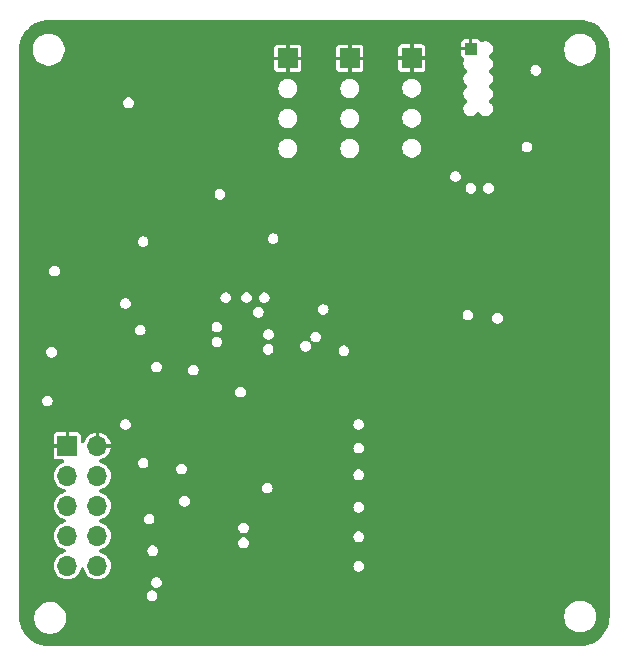
<source format=gbr>
%TF.GenerationSoftware,KiCad,Pcbnew,8.0.3*%
%TF.CreationDate,2024-07-11T15:18:24-04:00*%
%TF.ProjectId,SensorBoard,53656e73-6f72-4426-9f61-72642e6b6963,rev?*%
%TF.SameCoordinates,Original*%
%TF.FileFunction,Copper,L3,Inr*%
%TF.FilePolarity,Positive*%
%FSLAX46Y46*%
G04 Gerber Fmt 4.6, Leading zero omitted, Abs format (unit mm)*
G04 Created by KiCad (PCBNEW 8.0.3) date 2024-07-11 15:18:24*
%MOMM*%
%LPD*%
G01*
G04 APERTURE LIST*
%TA.AperFunction,ComponentPad*%
%ADD10R,1.700000X1.700000*%
%TD*%
%TA.AperFunction,ComponentPad*%
%ADD11O,1.700000X1.700000*%
%TD*%
%TA.AperFunction,ComponentPad*%
%ADD12R,1.000000X1.000000*%
%TD*%
%TA.AperFunction,ViaPad*%
%ADD13C,0.700000*%
%TD*%
G04 APERTURE END LIST*
D10*
%TO.N,+3.3V*%
%TO.C,J5*%
X75585000Y-82545000D03*
D11*
X78125000Y-82545000D03*
%TO.N,PA2*%
X75585000Y-85085000D03*
%TO.N,PB14*%
X78125000Y-85085000D03*
%TO.N,PA3*%
X75585000Y-87625000D03*
%TO.N,PB15*%
X78125000Y-87625000D03*
%TO.N,PA9*%
X75585000Y-90165000D03*
%TO.N,PB12*%
X78125000Y-90165000D03*
%TO.N,GND*%
X75585000Y-92705000D03*
X78125000Y-92705000D03*
%TD*%
D10*
%TO.N,+3.3V*%
%TO.C,J3*%
X99500000Y-49750000D03*
%TD*%
%TO.N,+3.3V*%
%TO.C,J4*%
X94250000Y-49750000D03*
%TD*%
D12*
%TO.N,+3.3V*%
%TO.C,J1*%
X109730000Y-48920000D03*
%TD*%
D10*
%TO.N,+3.3V*%
%TO.C,J2*%
X104750000Y-49720000D03*
%TD*%
D13*
%TO.N,+3.3V*%
X81125000Y-82750000D03*
X80250000Y-78750000D03*
X82500000Y-90000000D03*
X104000000Y-76500000D03*
X93000000Y-81500000D03*
X95000000Y-79500000D03*
X87000000Y-68750000D03*
X97750000Y-67500000D03*
X102750000Y-64500000D03*
X88000000Y-58750000D03*
%TD*%
%TA.AperFunction,Conductor*%
%TO.N,+3.3V*%
G36*
X119004496Y-46500771D02*
G01*
X119292298Y-46518180D01*
X119310134Y-46520346D01*
X119589307Y-46571506D01*
X119606772Y-46575811D01*
X119877730Y-46660245D01*
X119894546Y-46666622D01*
X120153362Y-46783106D01*
X120169293Y-46791468D01*
X120412163Y-46938288D01*
X120426971Y-46948509D01*
X120650377Y-47123536D01*
X120663845Y-47135467D01*
X120864532Y-47336154D01*
X120876463Y-47349622D01*
X121051490Y-47573028D01*
X121061711Y-47587836D01*
X121208531Y-47830706D01*
X121216893Y-47846637D01*
X121333375Y-48105449D01*
X121339755Y-48122273D01*
X121424187Y-48393225D01*
X121428493Y-48410695D01*
X121479651Y-48689852D01*
X121481820Y-48707714D01*
X121499228Y-48995503D01*
X121499500Y-49004499D01*
X121499500Y-96995500D01*
X121499228Y-97004496D01*
X121481820Y-97292285D01*
X121479651Y-97310147D01*
X121428493Y-97589304D01*
X121424187Y-97606774D01*
X121339755Y-97877726D01*
X121333375Y-97894550D01*
X121216893Y-98153362D01*
X121208531Y-98169293D01*
X121061711Y-98412163D01*
X121051490Y-98426971D01*
X120876463Y-98650377D01*
X120864532Y-98663845D01*
X120663845Y-98864532D01*
X120650377Y-98876463D01*
X120426971Y-99051490D01*
X120412163Y-99061711D01*
X120169293Y-99208531D01*
X120153362Y-99216893D01*
X119894550Y-99333375D01*
X119877726Y-99339755D01*
X119606774Y-99424187D01*
X119589304Y-99428493D01*
X119310147Y-99479651D01*
X119292285Y-99481820D01*
X119004497Y-99499228D01*
X118995501Y-99499500D01*
X74004499Y-99499500D01*
X73995503Y-99499228D01*
X73707714Y-99481820D01*
X73689852Y-99479651D01*
X73410695Y-99428493D01*
X73393225Y-99424187D01*
X73122273Y-99339755D01*
X73105449Y-99333375D01*
X72846637Y-99216893D01*
X72830706Y-99208531D01*
X72587836Y-99061711D01*
X72573028Y-99051490D01*
X72349622Y-98876463D01*
X72336154Y-98864532D01*
X72135467Y-98663845D01*
X72123536Y-98650377D01*
X72004518Y-98498462D01*
X71948509Y-98426971D01*
X71938288Y-98412163D01*
X71914539Y-98372878D01*
X71791467Y-98169291D01*
X71783106Y-98153362D01*
X71666624Y-97894550D01*
X71660244Y-97877726D01*
X71645103Y-97829138D01*
X71575811Y-97606772D01*
X71571506Y-97589304D01*
X71520346Y-97310134D01*
X71518180Y-97292298D01*
X71501409Y-97015033D01*
X72770820Y-97015033D01*
X72770820Y-97227607D01*
X72804074Y-97437563D01*
X72869763Y-97639732D01*
X72966269Y-97829136D01*
X73091216Y-98001112D01*
X73241528Y-98151424D01*
X73413504Y-98276371D01*
X73602908Y-98372877D01*
X73805077Y-98438566D01*
X74015033Y-98471820D01*
X74015038Y-98471820D01*
X74227602Y-98471820D01*
X74227607Y-98471820D01*
X74437563Y-98438566D01*
X74639732Y-98372877D01*
X74829136Y-98276371D01*
X75001112Y-98151424D01*
X75151424Y-98001112D01*
X75276371Y-97829136D01*
X75372877Y-97639732D01*
X75438566Y-97437563D01*
X75471820Y-97227607D01*
X75471820Y-97015033D01*
X75452605Y-96893713D01*
X117649500Y-96893713D01*
X117649500Y-97106287D01*
X117682754Y-97316243D01*
X117748443Y-97518412D01*
X117844949Y-97707816D01*
X117969896Y-97879792D01*
X118120208Y-98030104D01*
X118292184Y-98155051D01*
X118481588Y-98251557D01*
X118683757Y-98317246D01*
X118893713Y-98350500D01*
X118893718Y-98350500D01*
X119106282Y-98350500D01*
X119106287Y-98350500D01*
X119316243Y-98317246D01*
X119518412Y-98251557D01*
X119707816Y-98155051D01*
X119879792Y-98030104D01*
X120030104Y-97879792D01*
X120155051Y-97707816D01*
X120251557Y-97518412D01*
X120317246Y-97316243D01*
X120350500Y-97106287D01*
X120350500Y-96893713D01*
X120317246Y-96683757D01*
X120251557Y-96481588D01*
X120155051Y-96292184D01*
X120030104Y-96120208D01*
X119879792Y-95969896D01*
X119707816Y-95844949D01*
X119518412Y-95748443D01*
X119316243Y-95682754D01*
X119106287Y-95649500D01*
X118893713Y-95649500D01*
X118718749Y-95677211D01*
X118683756Y-95682754D01*
X118481594Y-95748441D01*
X118481588Y-95748443D01*
X118481582Y-95748445D01*
X118481582Y-95748446D01*
X118292182Y-95844950D01*
X118292181Y-95844950D01*
X118120209Y-95969895D01*
X118120206Y-95969897D01*
X117969897Y-96120206D01*
X117969895Y-96120209D01*
X117844950Y-96292181D01*
X117844950Y-96292182D01*
X117748446Y-96481582D01*
X117748441Y-96481594D01*
X117709022Y-96602914D01*
X117682754Y-96683757D01*
X117649500Y-96893713D01*
X75452605Y-96893713D01*
X75438566Y-96805077D01*
X75372877Y-96602908D01*
X75276371Y-96413504D01*
X75151424Y-96241528D01*
X75001112Y-96091216D01*
X74829136Y-95966269D01*
X74639732Y-95869763D01*
X74437563Y-95804074D01*
X74227607Y-95770820D01*
X74015033Y-95770820D01*
X73840069Y-95798531D01*
X73805076Y-95804074D01*
X73679277Y-95844949D01*
X73602908Y-95869763D01*
X73602902Y-95869765D01*
X73602902Y-95869766D01*
X73413502Y-95966270D01*
X73413501Y-95966270D01*
X73241529Y-96091215D01*
X73241526Y-96091217D01*
X73091217Y-96241526D01*
X73091215Y-96241529D01*
X72966270Y-96413501D01*
X72966270Y-96413502D01*
X72931579Y-96481588D01*
X72869763Y-96602908D01*
X72804074Y-96805077D01*
X72770820Y-97015033D01*
X71501409Y-97015033D01*
X71500772Y-97004496D01*
X71500500Y-96995500D01*
X71500500Y-95249996D01*
X82294867Y-95249996D01*
X82294867Y-95250003D01*
X82313302Y-95378223D01*
X82367118Y-95496064D01*
X82422282Y-95559727D01*
X82451951Y-95593967D01*
X82560931Y-95664004D01*
X82685228Y-95700500D01*
X82685231Y-95700500D01*
X82814769Y-95700500D01*
X82814772Y-95700500D01*
X82939069Y-95664004D01*
X83048049Y-95593967D01*
X83132882Y-95496063D01*
X83186697Y-95378226D01*
X83205133Y-95250000D01*
X83205133Y-95249996D01*
X83186697Y-95121776D01*
X83186697Y-95121774D01*
X83132882Y-95003937D01*
X83132881Y-95003936D01*
X83132881Y-95003935D01*
X83086216Y-94950080D01*
X83048049Y-94906033D01*
X83048046Y-94906031D01*
X83048045Y-94906030D01*
X83012109Y-94882936D01*
X82958199Y-94848290D01*
X82906320Y-94791222D01*
X82904800Y-94784235D01*
X82904520Y-94784490D01*
X82829155Y-94800885D01*
X82815051Y-94799539D01*
X82814780Y-94799500D01*
X82814772Y-94799500D01*
X82685228Y-94799500D01*
X82560931Y-94835996D01*
X82560928Y-94835997D01*
X82560927Y-94835998D01*
X82451955Y-94906030D01*
X82451952Y-94906031D01*
X82451951Y-94906033D01*
X82451949Y-94906034D01*
X82451948Y-94906036D01*
X82367118Y-95003935D01*
X82313302Y-95121776D01*
X82294867Y-95249996D01*
X71500500Y-95249996D01*
X71500500Y-94124996D01*
X82669867Y-94124996D01*
X82669867Y-94125003D01*
X82688302Y-94253223D01*
X82742118Y-94371064D01*
X82797282Y-94434727D01*
X82826951Y-94468967D01*
X82916799Y-94526709D01*
X82968679Y-94583777D01*
X82970198Y-94590763D01*
X82970479Y-94590509D01*
X83045845Y-94574114D01*
X83059959Y-94575461D01*
X83060226Y-94575499D01*
X83060228Y-94575500D01*
X83060230Y-94575500D01*
X83189769Y-94575500D01*
X83189772Y-94575500D01*
X83314069Y-94539004D01*
X83423049Y-94468967D01*
X83507882Y-94371063D01*
X83561697Y-94253226D01*
X83580133Y-94125000D01*
X83580133Y-94124996D01*
X83561697Y-93996776D01*
X83561697Y-93996774D01*
X83507882Y-93878937D01*
X83507881Y-93878936D01*
X83507881Y-93878935D01*
X83453623Y-93816318D01*
X83423049Y-93781033D01*
X83314069Y-93710996D01*
X83189772Y-93674500D01*
X83060228Y-93674500D01*
X82935931Y-93710996D01*
X82935928Y-93710997D01*
X82935927Y-93710998D01*
X82826955Y-93781030D01*
X82826952Y-93781031D01*
X82826951Y-93781033D01*
X82826949Y-93781034D01*
X82826948Y-93781036D01*
X82742118Y-93878935D01*
X82688302Y-93996776D01*
X82669867Y-94124996D01*
X71500500Y-94124996D01*
X71500500Y-85084995D01*
X74429571Y-85084995D01*
X74429571Y-85085004D01*
X74449243Y-85297305D01*
X74507593Y-85502385D01*
X74507594Y-85502387D01*
X74602636Y-85693259D01*
X74731127Y-85863406D01*
X74731128Y-85863407D01*
X74748164Y-85878937D01*
X74888697Y-86007051D01*
X74888698Y-86007052D01*
X75069977Y-86119296D01*
X75069983Y-86119299D01*
X75084707Y-86125003D01*
X75268802Y-86196321D01*
X75334152Y-86208537D01*
X75403716Y-86241849D01*
X75447303Y-86305480D01*
X75453236Y-86382379D01*
X75419924Y-86451943D01*
X75356293Y-86495530D01*
X75334153Y-86501462D01*
X75268802Y-86513679D01*
X75268795Y-86513681D01*
X75069983Y-86590700D01*
X75069977Y-86590703D01*
X74888698Y-86702947D01*
X74888697Y-86702948D01*
X74731127Y-86846593D01*
X74602636Y-87016740D01*
X74507594Y-87207612D01*
X74507593Y-87207614D01*
X74449243Y-87412694D01*
X74429571Y-87624995D01*
X74429571Y-87625004D01*
X74449243Y-87837305D01*
X74507593Y-88042385D01*
X74507594Y-88042387D01*
X74602636Y-88233259D01*
X74731127Y-88403406D01*
X74731128Y-88403407D01*
X74841404Y-88503937D01*
X74888697Y-88547051D01*
X74888698Y-88547052D01*
X75069977Y-88659296D01*
X75069983Y-88659299D01*
X75157189Y-88693082D01*
X75268802Y-88736321D01*
X75334152Y-88748537D01*
X75403716Y-88781849D01*
X75447303Y-88845480D01*
X75453236Y-88922379D01*
X75419924Y-88991943D01*
X75356293Y-89035530D01*
X75334153Y-89041462D01*
X75291158Y-89049500D01*
X75268802Y-89053679D01*
X75268795Y-89053681D01*
X75069983Y-89130700D01*
X75069977Y-89130703D01*
X74888698Y-89242947D01*
X74888697Y-89242948D01*
X74731127Y-89386593D01*
X74602636Y-89556740D01*
X74507594Y-89747612D01*
X74507593Y-89747614D01*
X74480178Y-89843969D01*
X74449868Y-89950499D01*
X74449243Y-89952694D01*
X74429571Y-90164995D01*
X74429571Y-90165004D01*
X74449243Y-90377305D01*
X74449243Y-90377307D01*
X74449244Y-90377310D01*
X74458312Y-90409179D01*
X74507593Y-90582385D01*
X74507594Y-90582387D01*
X74602636Y-90773259D01*
X74681905Y-90878226D01*
X74731128Y-90943407D01*
X74788889Y-90996063D01*
X74888697Y-91087051D01*
X74888698Y-91087052D01*
X75069977Y-91199296D01*
X75069983Y-91199299D01*
X75157189Y-91233082D01*
X75268802Y-91276321D01*
X75334152Y-91288537D01*
X75403716Y-91321849D01*
X75447303Y-91385480D01*
X75453236Y-91462379D01*
X75419924Y-91531943D01*
X75356293Y-91575530D01*
X75334153Y-91581462D01*
X75268802Y-91593679D01*
X75268795Y-91593681D01*
X75069983Y-91670700D01*
X75069977Y-91670703D01*
X74888698Y-91782947D01*
X74888697Y-91782948D01*
X74731127Y-91926593D01*
X74602636Y-92096740D01*
X74507594Y-92287612D01*
X74507593Y-92287614D01*
X74449243Y-92492694D01*
X74429571Y-92704995D01*
X74429571Y-92705004D01*
X74449243Y-92917305D01*
X74507593Y-93122385D01*
X74507594Y-93122387D01*
X74602636Y-93313259D01*
X74731127Y-93483406D01*
X74888697Y-93627051D01*
X74888698Y-93627052D01*
X75069977Y-93739296D01*
X75069983Y-93739299D01*
X75157189Y-93773082D01*
X75268802Y-93816321D01*
X75478390Y-93855500D01*
X75478393Y-93855500D01*
X75691607Y-93855500D01*
X75691610Y-93855500D01*
X75901198Y-93816321D01*
X76100019Y-93739298D01*
X76281302Y-93627052D01*
X76438872Y-93483407D01*
X76567366Y-93313255D01*
X76662405Y-93122389D01*
X76711688Y-92949177D01*
X76751276Y-92882986D01*
X76818657Y-92845455D01*
X76895776Y-92846643D01*
X76961969Y-92886231D01*
X76998312Y-92949179D01*
X77047593Y-93122385D01*
X77047594Y-93122387D01*
X77142636Y-93313259D01*
X77271127Y-93483406D01*
X77428697Y-93627051D01*
X77428698Y-93627052D01*
X77609977Y-93739296D01*
X77609983Y-93739299D01*
X77697189Y-93773082D01*
X77808802Y-93816321D01*
X78018390Y-93855500D01*
X78018393Y-93855500D01*
X78231607Y-93855500D01*
X78231610Y-93855500D01*
X78441198Y-93816321D01*
X78640019Y-93739298D01*
X78821302Y-93627052D01*
X78978872Y-93483407D01*
X79107366Y-93313255D01*
X79202405Y-93122389D01*
X79260756Y-92917310D01*
X79276260Y-92749996D01*
X99794867Y-92749996D01*
X99794867Y-92750003D01*
X99813302Y-92878223D01*
X99867118Y-92996064D01*
X99922282Y-93059727D01*
X99951951Y-93093967D01*
X100060931Y-93164004D01*
X100185228Y-93200500D01*
X100185231Y-93200500D01*
X100314769Y-93200500D01*
X100314772Y-93200500D01*
X100439069Y-93164004D01*
X100548049Y-93093967D01*
X100632882Y-92996063D01*
X100686697Y-92878226D01*
X100705133Y-92750000D01*
X100705133Y-92749996D01*
X100686697Y-92621776D01*
X100686697Y-92621774D01*
X100632882Y-92503937D01*
X100632881Y-92503936D01*
X100632881Y-92503935D01*
X100586216Y-92450080D01*
X100548049Y-92406033D01*
X100439069Y-92335996D01*
X100314772Y-92299500D01*
X100185228Y-92299500D01*
X100060931Y-92335996D01*
X100060928Y-92335997D01*
X100060927Y-92335998D01*
X99951955Y-92406030D01*
X99951952Y-92406031D01*
X99951951Y-92406033D01*
X99951949Y-92406034D01*
X99951948Y-92406036D01*
X99867118Y-92503935D01*
X99813302Y-92621776D01*
X99794867Y-92749996D01*
X79276260Y-92749996D01*
X79280429Y-92705000D01*
X79260756Y-92492690D01*
X79202405Y-92287611D01*
X79107366Y-92096745D01*
X79107364Y-92096743D01*
X79107363Y-92096740D01*
X78978872Y-91926593D01*
X78821302Y-91782948D01*
X78821301Y-91782947D01*
X78640022Y-91670703D01*
X78640016Y-91670700D01*
X78441204Y-91593681D01*
X78441200Y-91593680D01*
X78441198Y-91593679D01*
X78375846Y-91581462D01*
X78306284Y-91548151D01*
X78262696Y-91484521D01*
X78259068Y-91437496D01*
X82357367Y-91437496D01*
X82357367Y-91437503D01*
X82375802Y-91565723D01*
X82375802Y-91565724D01*
X82375803Y-91565726D01*
X82382990Y-91581463D01*
X82429618Y-91683564D01*
X82484782Y-91747227D01*
X82514451Y-91781467D01*
X82623431Y-91851504D01*
X82747728Y-91888000D01*
X82747731Y-91888000D01*
X82877269Y-91888000D01*
X82877272Y-91888000D01*
X83001569Y-91851504D01*
X83110549Y-91781467D01*
X83195382Y-91683563D01*
X83249197Y-91565726D01*
X83258415Y-91501613D01*
X83267633Y-91437503D01*
X83267633Y-91437496D01*
X83249197Y-91309276D01*
X83249197Y-91309274D01*
X83195382Y-91191437D01*
X83195381Y-91191436D01*
X83195381Y-91191435D01*
X83148716Y-91137580D01*
X83110549Y-91093533D01*
X83001569Y-91023496D01*
X82877272Y-90987000D01*
X82747728Y-90987000D01*
X82623431Y-91023496D01*
X82623428Y-91023497D01*
X82623427Y-91023498D01*
X82514455Y-91093530D01*
X82514452Y-91093531D01*
X82514451Y-91093533D01*
X82514449Y-91093534D01*
X82514448Y-91093536D01*
X82429618Y-91191435D01*
X82375802Y-91309276D01*
X82357367Y-91437496D01*
X78259068Y-91437496D01*
X78256763Y-91407621D01*
X78290075Y-91338058D01*
X78353705Y-91294470D01*
X78375843Y-91288537D01*
X78441198Y-91276321D01*
X78640019Y-91199298D01*
X78821302Y-91087052D01*
X78978872Y-90943407D01*
X79107366Y-90773255D01*
X79118947Y-90749996D01*
X90044867Y-90749996D01*
X90044867Y-90750003D01*
X90063302Y-90878223D01*
X90117118Y-90996064D01*
X90140888Y-91023496D01*
X90201951Y-91093967D01*
X90310931Y-91164004D01*
X90435228Y-91200500D01*
X90435231Y-91200500D01*
X90564769Y-91200500D01*
X90564772Y-91200500D01*
X90689069Y-91164004D01*
X90798049Y-91093967D01*
X90882882Y-90996063D01*
X90936697Y-90878226D01*
X90951789Y-90773259D01*
X90955133Y-90750003D01*
X90955133Y-90749996D01*
X90936697Y-90621776D01*
X90936697Y-90621774D01*
X90882882Y-90503937D01*
X90882881Y-90503936D01*
X90882881Y-90503935D01*
X90836216Y-90450080D01*
X90798049Y-90406033D01*
X90689069Y-90335996D01*
X90564772Y-90299500D01*
X90435228Y-90299500D01*
X90310931Y-90335996D01*
X90310928Y-90335997D01*
X90310927Y-90335998D01*
X90201955Y-90406030D01*
X90201952Y-90406031D01*
X90201951Y-90406033D01*
X90201949Y-90406034D01*
X90201948Y-90406036D01*
X90117118Y-90503935D01*
X90063302Y-90621776D01*
X90044867Y-90749996D01*
X79118947Y-90749996D01*
X79202405Y-90582389D01*
X79260756Y-90377310D01*
X79271685Y-90259360D01*
X79272553Y-90249996D01*
X99794867Y-90249996D01*
X99794867Y-90250003D01*
X99813302Y-90378223D01*
X99867118Y-90496064D01*
X99922282Y-90559727D01*
X99951951Y-90593967D01*
X100060931Y-90664004D01*
X100185228Y-90700500D01*
X100185231Y-90700500D01*
X100314769Y-90700500D01*
X100314772Y-90700500D01*
X100439069Y-90664004D01*
X100548049Y-90593967D01*
X100632882Y-90496063D01*
X100686697Y-90378226D01*
X100705133Y-90250000D01*
X100705133Y-90249996D01*
X100686697Y-90121776D01*
X100686697Y-90121774D01*
X100632882Y-90003937D01*
X100632881Y-90003936D01*
X100632881Y-90003935D01*
X100586216Y-89950080D01*
X100548049Y-89906033D01*
X100439069Y-89835996D01*
X100314772Y-89799500D01*
X100185228Y-89799500D01*
X100060931Y-89835996D01*
X100060928Y-89835997D01*
X100060927Y-89835998D01*
X99951955Y-89906030D01*
X99951952Y-89906031D01*
X99951951Y-89906033D01*
X99951949Y-89906034D01*
X99951948Y-89906036D01*
X99867118Y-90003935D01*
X99813302Y-90121776D01*
X99794867Y-90249996D01*
X79272553Y-90249996D01*
X79280429Y-90165004D01*
X79280429Y-90164995D01*
X79267304Y-90023356D01*
X79260756Y-89952690D01*
X79202405Y-89747611D01*
X79107366Y-89556745D01*
X79107364Y-89556743D01*
X79107363Y-89556740D01*
X79064511Y-89499996D01*
X90044867Y-89499996D01*
X90044867Y-89500003D01*
X90063302Y-89628223D01*
X90117118Y-89746064D01*
X90163421Y-89799500D01*
X90201951Y-89843967D01*
X90310931Y-89914004D01*
X90435228Y-89950500D01*
X90435231Y-89950500D01*
X90564769Y-89950500D01*
X90564772Y-89950500D01*
X90689069Y-89914004D01*
X90798049Y-89843967D01*
X90882882Y-89746063D01*
X90936697Y-89628226D01*
X90955133Y-89500000D01*
X90955133Y-89499996D01*
X90942842Y-89414516D01*
X90936697Y-89371774D01*
X90882882Y-89253937D01*
X90882881Y-89253936D01*
X90882881Y-89253935D01*
X90836216Y-89200080D01*
X90798049Y-89156033D01*
X90689069Y-89085996D01*
X90564772Y-89049500D01*
X90435228Y-89049500D01*
X90310931Y-89085996D01*
X90310928Y-89085997D01*
X90310927Y-89085998D01*
X90201955Y-89156030D01*
X90201952Y-89156031D01*
X90201951Y-89156033D01*
X90201949Y-89156034D01*
X90201948Y-89156036D01*
X90117118Y-89253935D01*
X90063302Y-89371776D01*
X90044867Y-89499996D01*
X79064511Y-89499996D01*
X78978872Y-89386593D01*
X78821302Y-89242948D01*
X78821301Y-89242947D01*
X78640022Y-89130703D01*
X78640016Y-89130700D01*
X78441204Y-89053681D01*
X78441200Y-89053680D01*
X78441198Y-89053679D01*
X78375846Y-89041462D01*
X78306284Y-89008151D01*
X78262696Y-88944521D01*
X78256763Y-88867621D01*
X78290075Y-88798058D01*
X78353705Y-88754470D01*
X78370399Y-88749996D01*
X82044867Y-88749996D01*
X82044867Y-88750003D01*
X82063302Y-88878223D01*
X82117118Y-88996064D01*
X82172282Y-89059727D01*
X82201951Y-89093967D01*
X82310931Y-89164004D01*
X82435228Y-89200500D01*
X82435231Y-89200500D01*
X82564769Y-89200500D01*
X82564772Y-89200500D01*
X82689069Y-89164004D01*
X82798049Y-89093967D01*
X82882882Y-88996063D01*
X82936697Y-88878226D01*
X82951467Y-88775500D01*
X82955133Y-88750003D01*
X82955133Y-88749996D01*
X82936697Y-88621776D01*
X82936697Y-88621774D01*
X82882882Y-88503937D01*
X82882881Y-88503936D01*
X82882881Y-88503935D01*
X82836216Y-88450080D01*
X82798049Y-88406033D01*
X82689069Y-88335996D01*
X82564772Y-88299500D01*
X82435228Y-88299500D01*
X82310931Y-88335996D01*
X82310928Y-88335997D01*
X82310927Y-88335998D01*
X82201955Y-88406030D01*
X82201952Y-88406031D01*
X82201951Y-88406033D01*
X82201949Y-88406034D01*
X82201948Y-88406036D01*
X82117118Y-88503935D01*
X82063302Y-88621776D01*
X82044867Y-88749996D01*
X78370399Y-88749996D01*
X78375843Y-88748537D01*
X78441198Y-88736321D01*
X78640019Y-88659298D01*
X78821302Y-88547052D01*
X78978872Y-88403407D01*
X79107366Y-88233255D01*
X79202405Y-88042389D01*
X79260756Y-87837310D01*
X79268847Y-87749996D01*
X99794867Y-87749996D01*
X99794867Y-87750003D01*
X99813302Y-87878223D01*
X99867118Y-87996064D01*
X99907257Y-88042387D01*
X99951951Y-88093967D01*
X100060931Y-88164004D01*
X100185228Y-88200500D01*
X100185231Y-88200500D01*
X100314769Y-88200500D01*
X100314772Y-88200500D01*
X100439069Y-88164004D01*
X100548049Y-88093967D01*
X100632882Y-87996063D01*
X100686697Y-87878226D01*
X100705133Y-87750000D01*
X100705133Y-87749996D01*
X100686697Y-87621776D01*
X100686697Y-87621774D01*
X100632882Y-87503937D01*
X100632881Y-87503936D01*
X100632881Y-87503935D01*
X100580746Y-87443768D01*
X100548049Y-87406033D01*
X100439069Y-87335996D01*
X100314772Y-87299500D01*
X100185228Y-87299500D01*
X100060931Y-87335996D01*
X100060928Y-87335997D01*
X100060927Y-87335998D01*
X99951955Y-87406030D01*
X99951952Y-87406031D01*
X99951951Y-87406033D01*
X99951949Y-87406034D01*
X99951948Y-87406036D01*
X99867118Y-87503935D01*
X99813302Y-87621776D01*
X99794867Y-87749996D01*
X79268847Y-87749996D01*
X79280429Y-87625000D01*
X79280130Y-87621776D01*
X79263936Y-87447013D01*
X79260756Y-87412690D01*
X79214465Y-87249996D01*
X85044867Y-87249996D01*
X85044867Y-87250003D01*
X85063302Y-87378223D01*
X85117118Y-87496064D01*
X85172282Y-87559727D01*
X85201951Y-87593967D01*
X85310931Y-87664004D01*
X85435228Y-87700500D01*
X85435231Y-87700500D01*
X85564769Y-87700500D01*
X85564772Y-87700500D01*
X85689069Y-87664004D01*
X85798049Y-87593967D01*
X85882882Y-87496063D01*
X85936697Y-87378226D01*
X85955133Y-87250000D01*
X85955133Y-87249996D01*
X85936697Y-87121776D01*
X85936697Y-87121774D01*
X85882882Y-87003937D01*
X85882881Y-87003936D01*
X85882881Y-87003935D01*
X85836216Y-86950080D01*
X85798049Y-86906033D01*
X85689069Y-86835996D01*
X85564772Y-86799500D01*
X85435228Y-86799500D01*
X85310931Y-86835996D01*
X85310928Y-86835997D01*
X85310927Y-86835998D01*
X85201955Y-86906030D01*
X85201952Y-86906031D01*
X85201951Y-86906033D01*
X85201949Y-86906034D01*
X85201948Y-86906036D01*
X85117118Y-87003935D01*
X85063302Y-87121776D01*
X85044867Y-87249996D01*
X79214465Y-87249996D01*
X79202405Y-87207611D01*
X79107366Y-87016745D01*
X79107364Y-87016743D01*
X79107363Y-87016740D01*
X78978872Y-86846593D01*
X78821302Y-86702948D01*
X78821301Y-86702947D01*
X78640022Y-86590703D01*
X78640016Y-86590700D01*
X78441204Y-86513681D01*
X78441200Y-86513680D01*
X78441198Y-86513679D01*
X78375846Y-86501462D01*
X78306284Y-86468151D01*
X78262696Y-86404521D01*
X78256763Y-86327621D01*
X78290075Y-86258058D01*
X78353705Y-86214470D01*
X78375843Y-86208537D01*
X78441198Y-86196321D01*
X78625311Y-86124996D01*
X92044867Y-86124996D01*
X92044867Y-86125003D01*
X92063302Y-86253223D01*
X92117118Y-86371064D01*
X92126923Y-86382379D01*
X92201951Y-86468967D01*
X92310931Y-86539004D01*
X92435228Y-86575500D01*
X92435231Y-86575500D01*
X92564769Y-86575500D01*
X92564772Y-86575500D01*
X92689069Y-86539004D01*
X92798049Y-86468967D01*
X92882882Y-86371063D01*
X92936697Y-86253226D01*
X92955133Y-86125000D01*
X92955133Y-86124996D01*
X92938175Y-86007052D01*
X92936697Y-85996774D01*
X92882882Y-85878937D01*
X92882881Y-85878936D01*
X92882881Y-85878935D01*
X92836216Y-85825080D01*
X92798049Y-85781033D01*
X92689069Y-85710996D01*
X92564772Y-85674500D01*
X92435228Y-85674500D01*
X92310931Y-85710996D01*
X92310928Y-85710997D01*
X92310927Y-85710998D01*
X92201955Y-85781030D01*
X92201952Y-85781031D01*
X92201951Y-85781033D01*
X92201949Y-85781034D01*
X92201948Y-85781036D01*
X92117118Y-85878935D01*
X92063302Y-85996776D01*
X92044867Y-86124996D01*
X78625311Y-86124996D01*
X78640019Y-86119298D01*
X78821302Y-86007052D01*
X78978872Y-85863407D01*
X79107366Y-85693255D01*
X79202405Y-85502389D01*
X79260756Y-85297310D01*
X79280429Y-85085000D01*
X79272552Y-84999996D01*
X99794867Y-84999996D01*
X99794867Y-85000003D01*
X99813302Y-85128223D01*
X99867118Y-85246064D01*
X99884593Y-85266231D01*
X99951951Y-85343967D01*
X100060931Y-85414004D01*
X100185228Y-85450500D01*
X100185231Y-85450500D01*
X100314769Y-85450500D01*
X100314772Y-85450500D01*
X100439069Y-85414004D01*
X100548049Y-85343967D01*
X100632882Y-85246063D01*
X100686697Y-85128226D01*
X100705133Y-85000000D01*
X100705133Y-84999996D01*
X100686829Y-84872694D01*
X100686697Y-84871774D01*
X100632882Y-84753937D01*
X100632881Y-84753936D01*
X100632881Y-84753935D01*
X100586216Y-84700080D01*
X100548049Y-84656033D01*
X100439069Y-84585996D01*
X100314772Y-84549500D01*
X100185228Y-84549500D01*
X100060931Y-84585996D01*
X100060928Y-84585997D01*
X100060927Y-84585998D01*
X99951955Y-84656030D01*
X99951952Y-84656031D01*
X99951951Y-84656033D01*
X99951949Y-84656034D01*
X99951948Y-84656036D01*
X99867118Y-84753935D01*
X99813302Y-84871776D01*
X99794867Y-84999996D01*
X79272552Y-84999996D01*
X79263936Y-84907013D01*
X79260756Y-84872690D01*
X79202405Y-84667611D01*
X79118944Y-84499996D01*
X84794867Y-84499996D01*
X84794867Y-84500003D01*
X84813302Y-84628223D01*
X84867118Y-84746064D01*
X84922282Y-84809727D01*
X84951951Y-84843967D01*
X85060931Y-84914004D01*
X85185228Y-84950500D01*
X85185231Y-84950500D01*
X85314769Y-84950500D01*
X85314772Y-84950500D01*
X85439069Y-84914004D01*
X85548049Y-84843967D01*
X85632882Y-84746063D01*
X85686697Y-84628226D01*
X85705133Y-84500000D01*
X85705133Y-84499996D01*
X85686697Y-84371776D01*
X85686697Y-84371774D01*
X85632882Y-84253937D01*
X85632881Y-84253936D01*
X85632881Y-84253935D01*
X85586216Y-84200080D01*
X85548049Y-84156033D01*
X85439069Y-84085996D01*
X85314772Y-84049500D01*
X85185228Y-84049500D01*
X85060931Y-84085996D01*
X85060928Y-84085997D01*
X85060927Y-84085998D01*
X84951955Y-84156030D01*
X84951952Y-84156031D01*
X84951951Y-84156033D01*
X84951949Y-84156034D01*
X84951948Y-84156036D01*
X84867118Y-84253935D01*
X84813302Y-84371776D01*
X84794867Y-84499996D01*
X79118944Y-84499996D01*
X79107366Y-84476745D01*
X79107364Y-84476743D01*
X79107363Y-84476740D01*
X78978872Y-84306593D01*
X78821302Y-84162948D01*
X78821301Y-84162947D01*
X78640022Y-84050703D01*
X78640016Y-84050700D01*
X78509132Y-83999996D01*
X81544867Y-83999996D01*
X81544867Y-84000003D01*
X81563302Y-84128223D01*
X81617118Y-84246064D01*
X81669567Y-84306593D01*
X81701951Y-84343967D01*
X81810931Y-84414004D01*
X81935228Y-84450500D01*
X81935231Y-84450500D01*
X82064769Y-84450500D01*
X82064772Y-84450500D01*
X82189069Y-84414004D01*
X82298049Y-84343967D01*
X82382882Y-84246063D01*
X82436697Y-84128226D01*
X82447843Y-84050702D01*
X82455133Y-84000003D01*
X82455133Y-83999996D01*
X82436697Y-83871776D01*
X82436697Y-83871774D01*
X82382882Y-83753937D01*
X82382881Y-83753936D01*
X82382881Y-83753935D01*
X82329292Y-83692090D01*
X82298049Y-83656033D01*
X82189069Y-83585996D01*
X82064772Y-83549500D01*
X81935228Y-83549500D01*
X81810931Y-83585996D01*
X81810928Y-83585997D01*
X81810927Y-83585998D01*
X81701955Y-83656030D01*
X81701952Y-83656031D01*
X81701951Y-83656033D01*
X81701949Y-83656034D01*
X81701948Y-83656036D01*
X81617118Y-83753935D01*
X81563302Y-83871776D01*
X81544867Y-83999996D01*
X78509132Y-83999996D01*
X78441204Y-83973681D01*
X78441199Y-83973679D01*
X78374486Y-83961208D01*
X78304923Y-83927895D01*
X78261335Y-83864264D01*
X78255403Y-83787365D01*
X78288716Y-83717802D01*
X78352347Y-83674214D01*
X78374488Y-83668282D01*
X78441065Y-83655837D01*
X78639790Y-83578850D01*
X78639793Y-83578848D01*
X78821000Y-83466650D01*
X78978501Y-83323068D01*
X79106935Y-83152996D01*
X79201937Y-82962204D01*
X79260261Y-82757217D01*
X79260930Y-82749996D01*
X99794867Y-82749996D01*
X99794867Y-82750003D01*
X99813302Y-82878223D01*
X99867118Y-82996064D01*
X99922282Y-83059727D01*
X99951951Y-83093967D01*
X100060931Y-83164004D01*
X100185228Y-83200500D01*
X100185231Y-83200500D01*
X100314769Y-83200500D01*
X100314772Y-83200500D01*
X100439069Y-83164004D01*
X100548049Y-83093967D01*
X100632882Y-82996063D01*
X100686697Y-82878226D01*
X100700669Y-82781050D01*
X100705133Y-82750003D01*
X100705133Y-82749996D01*
X100686697Y-82621776D01*
X100686697Y-82621774D01*
X100632882Y-82503937D01*
X100632881Y-82503936D01*
X100632881Y-82503935D01*
X100586216Y-82450080D01*
X100548049Y-82406033D01*
X100439069Y-82335996D01*
X100314772Y-82299500D01*
X100185228Y-82299500D01*
X100060931Y-82335996D01*
X100060928Y-82335997D01*
X100060927Y-82335998D01*
X99951955Y-82406030D01*
X99951952Y-82406031D01*
X99951951Y-82406033D01*
X99951949Y-82406034D01*
X99951948Y-82406036D01*
X99867118Y-82503935D01*
X99813302Y-82621776D01*
X99794867Y-82749996D01*
X79260930Y-82749996D01*
X79266026Y-82695000D01*
X78602445Y-82695000D01*
X78625000Y-82610826D01*
X78625000Y-82479174D01*
X78602445Y-82395000D01*
X79266026Y-82395000D01*
X79260261Y-82332782D01*
X79201937Y-82127795D01*
X79106935Y-81937003D01*
X78978501Y-81766931D01*
X78821000Y-81623349D01*
X78639793Y-81511151D01*
X78639790Y-81511149D01*
X78441067Y-81434163D01*
X78441061Y-81434162D01*
X78275000Y-81403118D01*
X78275000Y-82067554D01*
X78190826Y-82045000D01*
X78059174Y-82045000D01*
X77975000Y-82067554D01*
X77975000Y-81403119D01*
X77974999Y-81403118D01*
X77808938Y-81434162D01*
X77808932Y-81434163D01*
X77610209Y-81511149D01*
X77610206Y-81511151D01*
X77428999Y-81623349D01*
X77271498Y-81766931D01*
X77143064Y-81937003D01*
X77048061Y-82127795D01*
X77027311Y-82200727D01*
X76987723Y-82266920D01*
X76920342Y-82304451D01*
X76843223Y-82303263D01*
X76777030Y-82263675D01*
X76739499Y-82196294D01*
X76734999Y-82159951D01*
X76734999Y-81650205D01*
X76732090Y-81625125D01*
X76686787Y-81522522D01*
X76607478Y-81443213D01*
X76504871Y-81397908D01*
X76479796Y-81395000D01*
X75735000Y-81395000D01*
X75735000Y-82067554D01*
X75650826Y-82045000D01*
X75519174Y-82045000D01*
X75435000Y-82067554D01*
X75435000Y-81395000D01*
X74690205Y-81395000D01*
X74665125Y-81397909D01*
X74562522Y-81443212D01*
X74562522Y-81443213D01*
X74483213Y-81522521D01*
X74437908Y-81625128D01*
X74435000Y-81650204D01*
X74435000Y-82395000D01*
X75107555Y-82395000D01*
X75085000Y-82479174D01*
X75085000Y-82610826D01*
X75107555Y-82695000D01*
X74435001Y-82695000D01*
X74435001Y-83439794D01*
X74437909Y-83464874D01*
X74483212Y-83567477D01*
X74562521Y-83646786D01*
X74665128Y-83692091D01*
X74690204Y-83694999D01*
X75191076Y-83694999D01*
X75265576Y-83714961D01*
X75320114Y-83769499D01*
X75340076Y-83843999D01*
X75320114Y-83918499D01*
X75265576Y-83973037D01*
X75244901Y-83982937D01*
X75069983Y-84050700D01*
X75069977Y-84050703D01*
X74888698Y-84162947D01*
X74888697Y-84162948D01*
X74731127Y-84306593D01*
X74602636Y-84476740D01*
X74507594Y-84667612D01*
X74507593Y-84667614D01*
X74449243Y-84872694D01*
X74429571Y-85084995D01*
X71500500Y-85084995D01*
X71500500Y-80749996D01*
X80044867Y-80749996D01*
X80044867Y-80750003D01*
X80063302Y-80878223D01*
X80117118Y-80996064D01*
X80172282Y-81059727D01*
X80201951Y-81093967D01*
X80310931Y-81164004D01*
X80435228Y-81200500D01*
X80435231Y-81200500D01*
X80564769Y-81200500D01*
X80564772Y-81200500D01*
X80689069Y-81164004D01*
X80798049Y-81093967D01*
X80882882Y-80996063D01*
X80936697Y-80878226D01*
X80955133Y-80750000D01*
X80955133Y-80749996D01*
X99794867Y-80749996D01*
X99794867Y-80750003D01*
X99813302Y-80878223D01*
X99867118Y-80996064D01*
X99922282Y-81059727D01*
X99951951Y-81093967D01*
X100060931Y-81164004D01*
X100185228Y-81200500D01*
X100185231Y-81200500D01*
X100314769Y-81200500D01*
X100314772Y-81200500D01*
X100439069Y-81164004D01*
X100548049Y-81093967D01*
X100632882Y-80996063D01*
X100686697Y-80878226D01*
X100705133Y-80750000D01*
X100705133Y-80749996D01*
X100686697Y-80621776D01*
X100686697Y-80621774D01*
X100632882Y-80503937D01*
X100632881Y-80503936D01*
X100632881Y-80503935D01*
X100586216Y-80450080D01*
X100548049Y-80406033D01*
X100439069Y-80335996D01*
X100314772Y-80299500D01*
X100185228Y-80299500D01*
X100060931Y-80335996D01*
X100060928Y-80335997D01*
X100060927Y-80335998D01*
X99951955Y-80406030D01*
X99951952Y-80406031D01*
X99951951Y-80406033D01*
X99951949Y-80406034D01*
X99951948Y-80406036D01*
X99867118Y-80503935D01*
X99813302Y-80621776D01*
X99794867Y-80749996D01*
X80955133Y-80749996D01*
X80936697Y-80621776D01*
X80936697Y-80621774D01*
X80882882Y-80503937D01*
X80882881Y-80503936D01*
X80882881Y-80503935D01*
X80836216Y-80450080D01*
X80798049Y-80406033D01*
X80689069Y-80335996D01*
X80564772Y-80299500D01*
X80435228Y-80299500D01*
X80310931Y-80335996D01*
X80310928Y-80335997D01*
X80310927Y-80335998D01*
X80201955Y-80406030D01*
X80201952Y-80406031D01*
X80201951Y-80406033D01*
X80201949Y-80406034D01*
X80201948Y-80406036D01*
X80117118Y-80503935D01*
X80063302Y-80621776D01*
X80044867Y-80749996D01*
X71500500Y-80749996D01*
X71500500Y-78749996D01*
X73419867Y-78749996D01*
X73419867Y-78750003D01*
X73438302Y-78878223D01*
X73492118Y-78996064D01*
X73547282Y-79059727D01*
X73576951Y-79093967D01*
X73685931Y-79164004D01*
X73810228Y-79200500D01*
X73810231Y-79200500D01*
X73939769Y-79200500D01*
X73939772Y-79200500D01*
X74064069Y-79164004D01*
X74173049Y-79093967D01*
X74257882Y-78996063D01*
X74311697Y-78878226D01*
X74330133Y-78750000D01*
X74330133Y-78749996D01*
X74311697Y-78621776D01*
X74311697Y-78621774D01*
X74257882Y-78503937D01*
X74257881Y-78503936D01*
X74257881Y-78503935D01*
X74211216Y-78450080D01*
X74173049Y-78406033D01*
X74064069Y-78335996D01*
X73939772Y-78299500D01*
X73810228Y-78299500D01*
X73685931Y-78335996D01*
X73685928Y-78335997D01*
X73685927Y-78335998D01*
X73576955Y-78406030D01*
X73576952Y-78406031D01*
X73576951Y-78406033D01*
X73576949Y-78406034D01*
X73576948Y-78406036D01*
X73492118Y-78503935D01*
X73438302Y-78621776D01*
X73419867Y-78749996D01*
X71500500Y-78749996D01*
X71500500Y-77999996D01*
X89794867Y-77999996D01*
X89794867Y-78000003D01*
X89813302Y-78128223D01*
X89867118Y-78246064D01*
X89913421Y-78299500D01*
X89951951Y-78343967D01*
X90060931Y-78414004D01*
X90185228Y-78450500D01*
X90185231Y-78450500D01*
X90314769Y-78450500D01*
X90314772Y-78450500D01*
X90439069Y-78414004D01*
X90548049Y-78343967D01*
X90632882Y-78246063D01*
X90686697Y-78128226D01*
X90705133Y-78000000D01*
X90705133Y-77999996D01*
X90686697Y-77871776D01*
X90686697Y-77871774D01*
X90632882Y-77753937D01*
X90632881Y-77753936D01*
X90632881Y-77753935D01*
X90586216Y-77700080D01*
X90548049Y-77656033D01*
X90439069Y-77585996D01*
X90314772Y-77549500D01*
X90185228Y-77549500D01*
X90060931Y-77585996D01*
X90060928Y-77585997D01*
X90060927Y-77585998D01*
X89951955Y-77656030D01*
X89951952Y-77656031D01*
X89951951Y-77656033D01*
X89951949Y-77656034D01*
X89951948Y-77656036D01*
X89867118Y-77753935D01*
X89813302Y-77871776D01*
X89794867Y-77999996D01*
X71500500Y-77999996D01*
X71500500Y-75874996D01*
X82669867Y-75874996D01*
X82669867Y-75875003D01*
X82688302Y-76003223D01*
X82742118Y-76121064D01*
X82797282Y-76184727D01*
X82826951Y-76218967D01*
X82935931Y-76289004D01*
X83060228Y-76325500D01*
X83060231Y-76325500D01*
X83189769Y-76325500D01*
X83189772Y-76325500D01*
X83314069Y-76289004D01*
X83423049Y-76218967D01*
X83504474Y-76124996D01*
X85794867Y-76124996D01*
X85794867Y-76125003D01*
X85813302Y-76253223D01*
X85813302Y-76253224D01*
X85813303Y-76253226D01*
X85837390Y-76305970D01*
X85867118Y-76371064D01*
X85922282Y-76434727D01*
X85951951Y-76468967D01*
X86060931Y-76539004D01*
X86185228Y-76575500D01*
X86185231Y-76575500D01*
X86314769Y-76575500D01*
X86314772Y-76575500D01*
X86439069Y-76539004D01*
X86548049Y-76468967D01*
X86632882Y-76371063D01*
X86686697Y-76253226D01*
X86705133Y-76125000D01*
X86705133Y-76124996D01*
X86692842Y-76039516D01*
X86686697Y-75996774D01*
X86632882Y-75878937D01*
X86632881Y-75878936D01*
X86632881Y-75878935D01*
X86586216Y-75825080D01*
X86548049Y-75781033D01*
X86439069Y-75710996D01*
X86314772Y-75674500D01*
X86185228Y-75674500D01*
X86060931Y-75710996D01*
X86060928Y-75710997D01*
X86060927Y-75710998D01*
X85951955Y-75781030D01*
X85951952Y-75781031D01*
X85951951Y-75781033D01*
X85951949Y-75781034D01*
X85951948Y-75781036D01*
X85867118Y-75878935D01*
X85813302Y-75996776D01*
X85794867Y-76124996D01*
X83504474Y-76124996D01*
X83507882Y-76121063D01*
X83561697Y-76003226D01*
X83579567Y-75878937D01*
X83580133Y-75875003D01*
X83580133Y-75874996D01*
X83561697Y-75746776D01*
X83561697Y-75746774D01*
X83507882Y-75628937D01*
X83507881Y-75628936D01*
X83507881Y-75628935D01*
X83461216Y-75575080D01*
X83423049Y-75531033D01*
X83314069Y-75460996D01*
X83189772Y-75424500D01*
X83060228Y-75424500D01*
X82935931Y-75460996D01*
X82935928Y-75460997D01*
X82935927Y-75460998D01*
X82826955Y-75531030D01*
X82826952Y-75531031D01*
X82826951Y-75531033D01*
X82826949Y-75531034D01*
X82826948Y-75531036D01*
X82742118Y-75628935D01*
X82688302Y-75746776D01*
X82669867Y-75874996D01*
X71500500Y-75874996D01*
X71500500Y-74624996D01*
X73794867Y-74624996D01*
X73794867Y-74625003D01*
X73813302Y-74753223D01*
X73813302Y-74753224D01*
X73813303Y-74753226D01*
X73837390Y-74805970D01*
X73867118Y-74871064D01*
X73904323Y-74914001D01*
X73951951Y-74968967D01*
X74060931Y-75039004D01*
X74185228Y-75075500D01*
X74185231Y-75075500D01*
X74314769Y-75075500D01*
X74314772Y-75075500D01*
X74439069Y-75039004D01*
X74548049Y-74968967D01*
X74632882Y-74871063D01*
X74686697Y-74753226D01*
X74704265Y-74631037D01*
X74705133Y-74625003D01*
X74705133Y-74624996D01*
X74686697Y-74496776D01*
X74686697Y-74496774D01*
X74635637Y-74384970D01*
X92119867Y-74384970D01*
X92119867Y-74384977D01*
X92138302Y-74513197D01*
X92138302Y-74513198D01*
X92138303Y-74513200D01*
X92162390Y-74565944D01*
X92192118Y-74631038D01*
X92247282Y-74694701D01*
X92276951Y-74728941D01*
X92385931Y-74798978D01*
X92510228Y-74835474D01*
X92510231Y-74835474D01*
X92639769Y-74835474D01*
X92639772Y-74835474D01*
X92764069Y-74798978D01*
X92873049Y-74728941D01*
X92957882Y-74631037D01*
X93011697Y-74513200D01*
X93030133Y-74384974D01*
X93030133Y-74384970D01*
X93011697Y-74256750D01*
X93011697Y-74256748D01*
X92957882Y-74138911D01*
X92957881Y-74138910D01*
X92957881Y-74138909D01*
X92945825Y-74124996D01*
X95294867Y-74124996D01*
X95294867Y-74125003D01*
X95313302Y-74253223D01*
X95313302Y-74253224D01*
X95313303Y-74253226D01*
X95326001Y-74281030D01*
X95367118Y-74371064D01*
X95379174Y-74384977D01*
X95451951Y-74468967D01*
X95560931Y-74539004D01*
X95685228Y-74575500D01*
X95685231Y-74575500D01*
X95814769Y-74575500D01*
X95814772Y-74575500D01*
X95939069Y-74539004D01*
X95999767Y-74499996D01*
X98544867Y-74499996D01*
X98544867Y-74500003D01*
X98563302Y-74628223D01*
X98563302Y-74628224D01*
X98563303Y-74628226D01*
X98587390Y-74680970D01*
X98617118Y-74746064D01*
X98662966Y-74798975D01*
X98701951Y-74843967D01*
X98810931Y-74914004D01*
X98935228Y-74950500D01*
X98935231Y-74950500D01*
X99064769Y-74950500D01*
X99064772Y-74950500D01*
X99189069Y-74914004D01*
X99298049Y-74843967D01*
X99382882Y-74746063D01*
X99436697Y-74628226D01*
X99449525Y-74539004D01*
X99455133Y-74500003D01*
X99455133Y-74499996D01*
X99437727Y-74378937D01*
X99436697Y-74371774D01*
X99382882Y-74253937D01*
X99382881Y-74253936D01*
X99382881Y-74253935D01*
X99336216Y-74200080D01*
X99298049Y-74156033D01*
X99189069Y-74085996D01*
X99064772Y-74049500D01*
X98935228Y-74049500D01*
X98810931Y-74085996D01*
X98810928Y-74085997D01*
X98810927Y-74085998D01*
X98701955Y-74156030D01*
X98701952Y-74156031D01*
X98701951Y-74156033D01*
X98701949Y-74156034D01*
X98701948Y-74156036D01*
X98617118Y-74253935D01*
X98563302Y-74371776D01*
X98544867Y-74499996D01*
X95999767Y-74499996D01*
X96048049Y-74468967D01*
X96132882Y-74371063D01*
X96186697Y-74253226D01*
X96199525Y-74164004D01*
X96205133Y-74125003D01*
X96205133Y-74124996D01*
X96186697Y-73996776D01*
X96186697Y-73996774D01*
X96132882Y-73878937D01*
X96132881Y-73878936D01*
X96128455Y-73869244D01*
X96131313Y-73867938D01*
X96113270Y-73811505D01*
X96117120Y-73793800D01*
X96044618Y-73778026D01*
X96032343Y-73770939D01*
X95939072Y-73710998D01*
X95939069Y-73710996D01*
X95814772Y-73674500D01*
X95685228Y-73674500D01*
X95560931Y-73710996D01*
X95560928Y-73710997D01*
X95560927Y-73710998D01*
X95451955Y-73781030D01*
X95451952Y-73781031D01*
X95451951Y-73781033D01*
X95451949Y-73781034D01*
X95451948Y-73781036D01*
X95367118Y-73878935D01*
X95313302Y-73996776D01*
X95294867Y-74124996D01*
X92945825Y-74124996D01*
X92880408Y-74049500D01*
X92873049Y-74041007D01*
X92764069Y-73970970D01*
X92639772Y-73934474D01*
X92510228Y-73934474D01*
X92385931Y-73970970D01*
X92385928Y-73970971D01*
X92385927Y-73970972D01*
X92276955Y-74041004D01*
X92276952Y-74041005D01*
X92276951Y-74041007D01*
X92276949Y-74041008D01*
X92276948Y-74041010D01*
X92192118Y-74138909D01*
X92138302Y-74256750D01*
X92119867Y-74384970D01*
X74635637Y-74384970D01*
X74632882Y-74378937D01*
X74632881Y-74378936D01*
X74632881Y-74378935D01*
X74586216Y-74325080D01*
X74548049Y-74281033D01*
X74439069Y-74210996D01*
X74314772Y-74174500D01*
X74185228Y-74174500D01*
X74060931Y-74210996D01*
X74060928Y-74210997D01*
X74060927Y-74210998D01*
X73951955Y-74281030D01*
X73951952Y-74281031D01*
X73951951Y-74281033D01*
X73951949Y-74281034D01*
X73951948Y-74281036D01*
X73867118Y-74378935D01*
X73813302Y-74496776D01*
X73794867Y-74624996D01*
X71500500Y-74624996D01*
X71500500Y-73749996D01*
X87794867Y-73749996D01*
X87794867Y-73750003D01*
X87813302Y-73878223D01*
X87867118Y-73996064D01*
X87906064Y-74041010D01*
X87951951Y-74093967D01*
X88060931Y-74164004D01*
X88185228Y-74200500D01*
X88185231Y-74200500D01*
X88314769Y-74200500D01*
X88314772Y-74200500D01*
X88439069Y-74164004D01*
X88548049Y-74093967D01*
X88632882Y-73996063D01*
X88686697Y-73878226D01*
X88700672Y-73781030D01*
X88705133Y-73750003D01*
X88705133Y-73749996D01*
X88686697Y-73621776D01*
X88686697Y-73621774D01*
X88632882Y-73503937D01*
X88632881Y-73503936D01*
X88632881Y-73503935D01*
X88586216Y-73450080D01*
X88548049Y-73406033D01*
X88439069Y-73335996D01*
X88314772Y-73299500D01*
X88185228Y-73299500D01*
X88060931Y-73335996D01*
X88060928Y-73335997D01*
X88060927Y-73335998D01*
X87951955Y-73406030D01*
X87951952Y-73406031D01*
X87951951Y-73406033D01*
X87951949Y-73406034D01*
X87951948Y-73406036D01*
X87867118Y-73503935D01*
X87813302Y-73621776D01*
X87794867Y-73749996D01*
X71500500Y-73749996D01*
X71500500Y-72749996D01*
X81294867Y-72749996D01*
X81294867Y-72750003D01*
X81313302Y-72878223D01*
X81313302Y-72878224D01*
X81313303Y-72878226D01*
X81337390Y-72930970D01*
X81367118Y-72996064D01*
X81422282Y-73059727D01*
X81451951Y-73093967D01*
X81560931Y-73164004D01*
X81685228Y-73200500D01*
X81685231Y-73200500D01*
X81814769Y-73200500D01*
X81814772Y-73200500D01*
X81939069Y-73164004D01*
X82007586Y-73119971D01*
X92164842Y-73119971D01*
X92164842Y-73119978D01*
X92183277Y-73248198D01*
X92237093Y-73366039D01*
X92271748Y-73406033D01*
X92321926Y-73463942D01*
X92430906Y-73533979D01*
X92555203Y-73570475D01*
X92555206Y-73570475D01*
X92684744Y-73570475D01*
X92684747Y-73570475D01*
X92809044Y-73533979D01*
X92918024Y-73463942D01*
X93002857Y-73366038D01*
X93021600Y-73324996D01*
X96169867Y-73324996D01*
X96169867Y-73325003D01*
X96188302Y-73453223D01*
X96188302Y-73453224D01*
X96188303Y-73453226D01*
X96242118Y-73571063D01*
X96246545Y-73580756D01*
X96243687Y-73582061D01*
X96261729Y-73638507D01*
X96257879Y-73656201D01*
X96330370Y-73671967D01*
X96342656Y-73679060D01*
X96435931Y-73739004D01*
X96560228Y-73775500D01*
X96560231Y-73775500D01*
X96689769Y-73775500D01*
X96689772Y-73775500D01*
X96814069Y-73739004D01*
X96923049Y-73668967D01*
X97007882Y-73571063D01*
X97061697Y-73453226D01*
X97080133Y-73325000D01*
X97080133Y-73324996D01*
X97067842Y-73239516D01*
X97061697Y-73196774D01*
X97007882Y-73078937D01*
X97007881Y-73078936D01*
X97007881Y-73078935D01*
X96932334Y-72991749D01*
X96923049Y-72981033D01*
X96814069Y-72910996D01*
X96689772Y-72874500D01*
X96560228Y-72874500D01*
X96435931Y-72910996D01*
X96435928Y-72910997D01*
X96435927Y-72910998D01*
X96326955Y-72981030D01*
X96326952Y-72981031D01*
X96326951Y-72981033D01*
X96326949Y-72981034D01*
X96326948Y-72981036D01*
X96242118Y-73078935D01*
X96188302Y-73196776D01*
X96169867Y-73324996D01*
X93021600Y-73324996D01*
X93056672Y-73248201D01*
X93075108Y-73119975D01*
X93075108Y-73119971D01*
X93056672Y-72991751D01*
X93056672Y-72991749D01*
X93002857Y-72873912D01*
X93002856Y-72873911D01*
X93002856Y-72873910D01*
X92956191Y-72820055D01*
X92918024Y-72776008D01*
X92809044Y-72705971D01*
X92684747Y-72669475D01*
X92555203Y-72669475D01*
X92430906Y-72705971D01*
X92430903Y-72705972D01*
X92430902Y-72705973D01*
X92321930Y-72776005D01*
X92321927Y-72776006D01*
X92321926Y-72776008D01*
X92321924Y-72776009D01*
X92321923Y-72776011D01*
X92237093Y-72873910D01*
X92183277Y-72991751D01*
X92164842Y-73119971D01*
X82007586Y-73119971D01*
X82048049Y-73093967D01*
X82132882Y-72996063D01*
X82186697Y-72878226D01*
X82205133Y-72750000D01*
X82205133Y-72749996D01*
X82192842Y-72664516D01*
X82186697Y-72621774D01*
X82132882Y-72503937D01*
X82132881Y-72503936D01*
X82132881Y-72503935D01*
X82129468Y-72499996D01*
X87794867Y-72499996D01*
X87794867Y-72500003D01*
X87813302Y-72628223D01*
X87867118Y-72746064D01*
X87922282Y-72809727D01*
X87951951Y-72843967D01*
X88060931Y-72914004D01*
X88185228Y-72950500D01*
X88185231Y-72950500D01*
X88314769Y-72950500D01*
X88314772Y-72950500D01*
X88439069Y-72914004D01*
X88548049Y-72843967D01*
X88632882Y-72746063D01*
X88686697Y-72628226D01*
X88704567Y-72503937D01*
X88705133Y-72500003D01*
X88705133Y-72499996D01*
X88686697Y-72371776D01*
X88686697Y-72371774D01*
X88632882Y-72253937D01*
X88632881Y-72253936D01*
X88632881Y-72253935D01*
X88586216Y-72200080D01*
X88548049Y-72156033D01*
X88439069Y-72085996D01*
X88314772Y-72049500D01*
X88185228Y-72049500D01*
X88060931Y-72085996D01*
X88060928Y-72085997D01*
X88060927Y-72085998D01*
X87951955Y-72156030D01*
X87951952Y-72156031D01*
X87951951Y-72156033D01*
X87951949Y-72156034D01*
X87951948Y-72156036D01*
X87867118Y-72253935D01*
X87813302Y-72371776D01*
X87794867Y-72499996D01*
X82129468Y-72499996D01*
X82086216Y-72450080D01*
X82048049Y-72406033D01*
X81939069Y-72335996D01*
X81814772Y-72299500D01*
X81685228Y-72299500D01*
X81560931Y-72335996D01*
X81560928Y-72335997D01*
X81560927Y-72335998D01*
X81451955Y-72406030D01*
X81451952Y-72406031D01*
X81451951Y-72406033D01*
X81451949Y-72406034D01*
X81451948Y-72406036D01*
X81367118Y-72503935D01*
X81313302Y-72621776D01*
X81294867Y-72749996D01*
X71500500Y-72749996D01*
X71500500Y-71249996D01*
X91294867Y-71249996D01*
X91294867Y-71250003D01*
X91313302Y-71378223D01*
X91313302Y-71378224D01*
X91313303Y-71378226D01*
X91337390Y-71430970D01*
X91367118Y-71496064D01*
X91422282Y-71559727D01*
X91451951Y-71593967D01*
X91560931Y-71664004D01*
X91685228Y-71700500D01*
X91685231Y-71700500D01*
X91814769Y-71700500D01*
X91814772Y-71700500D01*
X91939069Y-71664004D01*
X92048049Y-71593967D01*
X92132882Y-71496063D01*
X92140220Y-71479996D01*
X109044867Y-71479996D01*
X109044867Y-71480003D01*
X109063302Y-71608223D01*
X109063302Y-71608224D01*
X109063303Y-71608226D01*
X109069491Y-71621776D01*
X109117118Y-71726064D01*
X109172282Y-71789727D01*
X109201951Y-71823967D01*
X109310931Y-71894004D01*
X109435228Y-71930500D01*
X109435231Y-71930500D01*
X109564769Y-71930500D01*
X109564772Y-71930500D01*
X109689069Y-71894004D01*
X109798049Y-71823967D01*
X109862144Y-71749996D01*
X111544867Y-71749996D01*
X111544867Y-71750003D01*
X111563302Y-71878223D01*
X111563302Y-71878224D01*
X111563303Y-71878226D01*
X111570508Y-71894002D01*
X111617118Y-71996064D01*
X111663421Y-72049500D01*
X111701951Y-72093967D01*
X111810931Y-72164004D01*
X111935228Y-72200500D01*
X111935231Y-72200500D01*
X112064769Y-72200500D01*
X112064772Y-72200500D01*
X112189069Y-72164004D01*
X112298049Y-72093967D01*
X112382882Y-71996063D01*
X112436697Y-71878226D01*
X112455133Y-71750000D01*
X112455133Y-71749996D01*
X112436697Y-71621776D01*
X112436697Y-71621774D01*
X112382882Y-71503937D01*
X112382881Y-71503936D01*
X112382881Y-71503935D01*
X112336216Y-71450080D01*
X112298049Y-71406033D01*
X112189069Y-71335996D01*
X112064772Y-71299500D01*
X111935228Y-71299500D01*
X111810931Y-71335996D01*
X111810928Y-71335997D01*
X111810927Y-71335998D01*
X111701955Y-71406030D01*
X111701952Y-71406031D01*
X111701951Y-71406033D01*
X111701949Y-71406034D01*
X111701948Y-71406036D01*
X111617118Y-71503935D01*
X111563302Y-71621776D01*
X111544867Y-71749996D01*
X109862144Y-71749996D01*
X109882882Y-71726063D01*
X109936697Y-71608226D01*
X109945915Y-71544113D01*
X109955133Y-71480003D01*
X109955133Y-71479996D01*
X109936697Y-71351776D01*
X109936697Y-71351774D01*
X109882882Y-71233937D01*
X109882881Y-71233936D01*
X109882881Y-71233935D01*
X109836216Y-71180080D01*
X109798049Y-71136033D01*
X109689069Y-71065996D01*
X109564772Y-71029500D01*
X109435228Y-71029500D01*
X109310931Y-71065996D01*
X109310928Y-71065997D01*
X109310927Y-71065998D01*
X109201955Y-71136030D01*
X109201952Y-71136031D01*
X109201951Y-71136033D01*
X109201949Y-71136034D01*
X109201948Y-71136036D01*
X109117118Y-71233935D01*
X109063302Y-71351776D01*
X109044867Y-71479996D01*
X92140220Y-71479996D01*
X92186697Y-71378226D01*
X92205133Y-71250000D01*
X92205133Y-71249996D01*
X92192842Y-71164516D01*
X92186697Y-71121774D01*
X92132882Y-71003937D01*
X92132881Y-71003936D01*
X92132881Y-71003935D01*
X92129468Y-70999996D01*
X96794867Y-70999996D01*
X96794867Y-71000003D01*
X96813302Y-71128223D01*
X96813302Y-71128224D01*
X96813303Y-71128226D01*
X96816870Y-71136036D01*
X96867118Y-71246064D01*
X96913421Y-71299500D01*
X96951951Y-71343967D01*
X97060931Y-71414004D01*
X97185228Y-71450500D01*
X97185231Y-71450500D01*
X97314769Y-71450500D01*
X97314772Y-71450500D01*
X97439069Y-71414004D01*
X97548049Y-71343967D01*
X97632882Y-71246063D01*
X97686697Y-71128226D01*
X97704567Y-71003937D01*
X97705133Y-71000003D01*
X97705133Y-70999996D01*
X97686697Y-70871776D01*
X97686697Y-70871774D01*
X97632882Y-70753937D01*
X97632881Y-70753936D01*
X97632881Y-70753935D01*
X97586216Y-70700080D01*
X97548049Y-70656033D01*
X97439069Y-70585996D01*
X97314772Y-70549500D01*
X97185228Y-70549500D01*
X97060931Y-70585996D01*
X97060928Y-70585997D01*
X97060927Y-70585998D01*
X96951955Y-70656030D01*
X96951952Y-70656031D01*
X96951951Y-70656033D01*
X96951949Y-70656034D01*
X96951948Y-70656036D01*
X96867118Y-70753935D01*
X96813302Y-70871776D01*
X96794867Y-70999996D01*
X92129468Y-70999996D01*
X92086216Y-70950080D01*
X92048049Y-70906033D01*
X91939069Y-70835996D01*
X91814772Y-70799500D01*
X91685228Y-70799500D01*
X91560931Y-70835996D01*
X91560928Y-70835997D01*
X91560927Y-70835998D01*
X91451955Y-70906030D01*
X91451952Y-70906031D01*
X91451951Y-70906033D01*
X91451949Y-70906034D01*
X91451948Y-70906036D01*
X91367118Y-71003935D01*
X91313302Y-71121776D01*
X91294867Y-71249996D01*
X71500500Y-71249996D01*
X71500500Y-70499996D01*
X80044867Y-70499996D01*
X80044867Y-70500003D01*
X80063302Y-70628223D01*
X80117118Y-70746064D01*
X80163421Y-70799500D01*
X80201951Y-70843967D01*
X80310931Y-70914004D01*
X80435228Y-70950500D01*
X80435231Y-70950500D01*
X80564769Y-70950500D01*
X80564772Y-70950500D01*
X80689069Y-70914004D01*
X80798049Y-70843967D01*
X80882882Y-70746063D01*
X80936697Y-70628226D01*
X80955133Y-70500000D01*
X80955133Y-70499996D01*
X80936697Y-70371776D01*
X80936697Y-70371774D01*
X80882882Y-70253937D01*
X80882881Y-70253936D01*
X80882881Y-70253935D01*
X80836216Y-70200080D01*
X80798049Y-70156033D01*
X80689069Y-70085996D01*
X80564772Y-70049500D01*
X80435228Y-70049500D01*
X80310931Y-70085996D01*
X80310928Y-70085997D01*
X80310927Y-70085998D01*
X80201955Y-70156030D01*
X80201952Y-70156031D01*
X80201951Y-70156033D01*
X80201949Y-70156034D01*
X80201948Y-70156036D01*
X80117118Y-70253935D01*
X80063302Y-70371776D01*
X80044867Y-70499996D01*
X71500500Y-70499996D01*
X71500500Y-69999996D01*
X88544867Y-69999996D01*
X88544867Y-70000003D01*
X88563302Y-70128223D01*
X88617118Y-70246064D01*
X88672282Y-70309727D01*
X88701951Y-70343967D01*
X88810931Y-70414004D01*
X88935228Y-70450500D01*
X88935231Y-70450500D01*
X89064769Y-70450500D01*
X89064772Y-70450500D01*
X89189069Y-70414004D01*
X89298049Y-70343967D01*
X89382882Y-70246063D01*
X89436697Y-70128226D01*
X89455133Y-70000000D01*
X89455133Y-69999996D01*
X90294867Y-69999996D01*
X90294867Y-70000003D01*
X90313302Y-70128223D01*
X90367118Y-70246064D01*
X90422282Y-70309727D01*
X90451951Y-70343967D01*
X90560931Y-70414004D01*
X90685228Y-70450500D01*
X90685231Y-70450500D01*
X90814769Y-70450500D01*
X90814772Y-70450500D01*
X90939069Y-70414004D01*
X91048049Y-70343967D01*
X91132882Y-70246063D01*
X91186697Y-70128226D01*
X91205133Y-70000000D01*
X91205133Y-69999996D01*
X91794867Y-69999996D01*
X91794867Y-70000003D01*
X91813302Y-70128223D01*
X91867118Y-70246064D01*
X91922282Y-70309727D01*
X91951951Y-70343967D01*
X92060931Y-70414004D01*
X92185228Y-70450500D01*
X92185231Y-70450500D01*
X92314769Y-70450500D01*
X92314772Y-70450500D01*
X92439069Y-70414004D01*
X92548049Y-70343967D01*
X92632882Y-70246063D01*
X92686697Y-70128226D01*
X92705133Y-70000000D01*
X92705133Y-69999996D01*
X92686697Y-69871776D01*
X92686697Y-69871774D01*
X92632882Y-69753937D01*
X92632881Y-69753936D01*
X92632881Y-69753935D01*
X92586216Y-69700080D01*
X92548049Y-69656033D01*
X92439069Y-69585996D01*
X92314772Y-69549500D01*
X92185228Y-69549500D01*
X92060931Y-69585996D01*
X92060928Y-69585997D01*
X92060927Y-69585998D01*
X91951955Y-69656030D01*
X91951952Y-69656031D01*
X91951951Y-69656033D01*
X91951949Y-69656034D01*
X91951948Y-69656036D01*
X91867118Y-69753935D01*
X91813302Y-69871776D01*
X91794867Y-69999996D01*
X91205133Y-69999996D01*
X91186697Y-69871776D01*
X91186697Y-69871774D01*
X91132882Y-69753937D01*
X91132881Y-69753936D01*
X91132881Y-69753935D01*
X91086216Y-69700080D01*
X91048049Y-69656033D01*
X90939069Y-69585996D01*
X90814772Y-69549500D01*
X90685228Y-69549500D01*
X90560931Y-69585996D01*
X90560928Y-69585997D01*
X90560927Y-69585998D01*
X90451955Y-69656030D01*
X90451952Y-69656031D01*
X90451951Y-69656033D01*
X90451949Y-69656034D01*
X90451948Y-69656036D01*
X90367118Y-69753935D01*
X90313302Y-69871776D01*
X90294867Y-69999996D01*
X89455133Y-69999996D01*
X89436697Y-69871776D01*
X89436697Y-69871774D01*
X89382882Y-69753937D01*
X89382881Y-69753936D01*
X89382881Y-69753935D01*
X89336216Y-69700080D01*
X89298049Y-69656033D01*
X89189069Y-69585996D01*
X89064772Y-69549500D01*
X88935228Y-69549500D01*
X88810931Y-69585996D01*
X88810928Y-69585997D01*
X88810927Y-69585998D01*
X88701955Y-69656030D01*
X88701952Y-69656031D01*
X88701951Y-69656033D01*
X88701949Y-69656034D01*
X88701948Y-69656036D01*
X88617118Y-69753935D01*
X88563302Y-69871776D01*
X88544867Y-69999996D01*
X71500500Y-69999996D01*
X71500500Y-67749996D01*
X74044867Y-67749996D01*
X74044867Y-67750003D01*
X74063302Y-67878223D01*
X74117118Y-67996064D01*
X74172282Y-68059727D01*
X74201951Y-68093967D01*
X74310931Y-68164004D01*
X74435228Y-68200500D01*
X74435231Y-68200500D01*
X74564769Y-68200500D01*
X74564772Y-68200500D01*
X74689069Y-68164004D01*
X74798049Y-68093967D01*
X74882882Y-67996063D01*
X74936697Y-67878226D01*
X74955133Y-67750000D01*
X74955133Y-67749996D01*
X74936697Y-67621776D01*
X74936697Y-67621774D01*
X74882882Y-67503937D01*
X74882881Y-67503936D01*
X74882881Y-67503935D01*
X74836216Y-67450080D01*
X74798049Y-67406033D01*
X74689069Y-67335996D01*
X74564772Y-67299500D01*
X74435228Y-67299500D01*
X74310931Y-67335996D01*
X74310928Y-67335997D01*
X74310927Y-67335998D01*
X74201955Y-67406030D01*
X74201952Y-67406031D01*
X74201951Y-67406033D01*
X74201949Y-67406034D01*
X74201948Y-67406036D01*
X74117118Y-67503935D01*
X74063302Y-67621776D01*
X74044867Y-67749996D01*
X71500500Y-67749996D01*
X71500500Y-65249996D01*
X81544867Y-65249996D01*
X81544867Y-65250003D01*
X81563302Y-65378223D01*
X81563302Y-65378224D01*
X81563303Y-65378226D01*
X81587390Y-65430970D01*
X81617118Y-65496064D01*
X81672282Y-65559727D01*
X81701951Y-65593967D01*
X81810931Y-65664004D01*
X81935228Y-65700500D01*
X81935231Y-65700500D01*
X82064769Y-65700500D01*
X82064772Y-65700500D01*
X82189069Y-65664004D01*
X82298049Y-65593967D01*
X82382882Y-65496063D01*
X82436697Y-65378226D01*
X82455133Y-65250000D01*
X82455133Y-65249996D01*
X82442842Y-65164516D01*
X82436697Y-65121774D01*
X82382882Y-65003937D01*
X82382881Y-65003936D01*
X82382881Y-65003935D01*
X82379468Y-64999996D01*
X92544867Y-64999996D01*
X92544867Y-65000003D01*
X92563302Y-65128223D01*
X92617118Y-65246064D01*
X92672282Y-65309727D01*
X92701951Y-65343967D01*
X92810931Y-65414004D01*
X92935228Y-65450500D01*
X92935231Y-65450500D01*
X93064769Y-65450500D01*
X93064772Y-65450500D01*
X93189069Y-65414004D01*
X93298049Y-65343967D01*
X93382882Y-65246063D01*
X93436697Y-65128226D01*
X93454567Y-65003937D01*
X93455133Y-65000003D01*
X93455133Y-64999996D01*
X93436697Y-64871776D01*
X93436697Y-64871774D01*
X93382882Y-64753937D01*
X93382881Y-64753936D01*
X93382881Y-64753935D01*
X93336216Y-64700080D01*
X93298049Y-64656033D01*
X93189069Y-64585996D01*
X93064772Y-64549500D01*
X92935228Y-64549500D01*
X92810931Y-64585996D01*
X92810928Y-64585997D01*
X92810927Y-64585998D01*
X92701955Y-64656030D01*
X92701952Y-64656031D01*
X92701951Y-64656033D01*
X92701949Y-64656034D01*
X92701948Y-64656036D01*
X92617118Y-64753935D01*
X92563302Y-64871776D01*
X92544867Y-64999996D01*
X82379468Y-64999996D01*
X82336216Y-64950080D01*
X82298049Y-64906033D01*
X82189069Y-64835996D01*
X82064772Y-64799500D01*
X81935228Y-64799500D01*
X81810931Y-64835996D01*
X81810928Y-64835997D01*
X81810927Y-64835998D01*
X81701955Y-64906030D01*
X81701952Y-64906031D01*
X81701951Y-64906033D01*
X81701949Y-64906034D01*
X81701948Y-64906036D01*
X81617118Y-65003935D01*
X81563302Y-65121776D01*
X81544867Y-65249996D01*
X71500500Y-65249996D01*
X71500500Y-61249996D01*
X88044867Y-61249996D01*
X88044867Y-61250003D01*
X88063302Y-61378223D01*
X88117118Y-61496064D01*
X88172282Y-61559727D01*
X88201951Y-61593967D01*
X88310931Y-61664004D01*
X88435228Y-61700500D01*
X88435231Y-61700500D01*
X88564769Y-61700500D01*
X88564772Y-61700500D01*
X88689069Y-61664004D01*
X88798049Y-61593967D01*
X88882882Y-61496063D01*
X88936697Y-61378226D01*
X88955133Y-61250000D01*
X88955133Y-61249996D01*
X88936697Y-61121776D01*
X88936697Y-61121774D01*
X88882882Y-61003937D01*
X88882881Y-61003936D01*
X88882881Y-61003935D01*
X88836216Y-60950080D01*
X88798049Y-60906033D01*
X88689069Y-60835996D01*
X88564772Y-60799500D01*
X88435228Y-60799500D01*
X88310931Y-60835996D01*
X88310928Y-60835997D01*
X88310927Y-60835998D01*
X88201955Y-60906030D01*
X88201952Y-60906031D01*
X88201951Y-60906033D01*
X88201949Y-60906034D01*
X88201948Y-60906036D01*
X88117118Y-61003935D01*
X88063302Y-61121776D01*
X88044867Y-61249996D01*
X71500500Y-61249996D01*
X71500500Y-60749996D01*
X109294867Y-60749996D01*
X109294867Y-60750003D01*
X109313302Y-60878223D01*
X109367118Y-60996064D01*
X109422282Y-61059727D01*
X109451951Y-61093967D01*
X109560931Y-61164004D01*
X109685228Y-61200500D01*
X109685231Y-61200500D01*
X109814769Y-61200500D01*
X109814772Y-61200500D01*
X109939069Y-61164004D01*
X110048049Y-61093967D01*
X110132882Y-60996063D01*
X110186697Y-60878226D01*
X110205133Y-60750000D01*
X110205133Y-60749996D01*
X110794867Y-60749996D01*
X110794867Y-60750003D01*
X110813302Y-60878223D01*
X110867118Y-60996064D01*
X110922282Y-61059727D01*
X110951951Y-61093967D01*
X111060931Y-61164004D01*
X111185228Y-61200500D01*
X111185231Y-61200500D01*
X111314769Y-61200500D01*
X111314772Y-61200500D01*
X111439069Y-61164004D01*
X111548049Y-61093967D01*
X111632882Y-60996063D01*
X111686697Y-60878226D01*
X111705133Y-60750000D01*
X111705133Y-60749996D01*
X111686697Y-60621776D01*
X111686697Y-60621774D01*
X111632882Y-60503937D01*
X111632881Y-60503936D01*
X111632881Y-60503935D01*
X111586216Y-60450080D01*
X111548049Y-60406033D01*
X111439069Y-60335996D01*
X111314772Y-60299500D01*
X111185228Y-60299500D01*
X111060931Y-60335996D01*
X111060928Y-60335997D01*
X111060927Y-60335998D01*
X110951955Y-60406030D01*
X110951952Y-60406031D01*
X110951951Y-60406033D01*
X110951949Y-60406034D01*
X110951948Y-60406036D01*
X110867118Y-60503935D01*
X110813302Y-60621776D01*
X110794867Y-60749996D01*
X110205133Y-60749996D01*
X110186697Y-60621776D01*
X110186697Y-60621774D01*
X110132882Y-60503937D01*
X110132881Y-60503936D01*
X110132881Y-60503935D01*
X110086216Y-60450080D01*
X110048049Y-60406033D01*
X109939069Y-60335996D01*
X109814772Y-60299500D01*
X109685228Y-60299500D01*
X109560931Y-60335996D01*
X109560928Y-60335997D01*
X109560927Y-60335998D01*
X109451955Y-60406030D01*
X109451952Y-60406031D01*
X109451951Y-60406033D01*
X109451949Y-60406034D01*
X109451948Y-60406036D01*
X109367118Y-60503935D01*
X109313302Y-60621776D01*
X109294867Y-60749996D01*
X71500500Y-60749996D01*
X71500500Y-59749996D01*
X107994867Y-59749996D01*
X107994867Y-59750003D01*
X108013302Y-59878223D01*
X108067118Y-59996064D01*
X108122282Y-60059727D01*
X108151951Y-60093967D01*
X108260931Y-60164004D01*
X108385228Y-60200500D01*
X108385231Y-60200500D01*
X108514769Y-60200500D01*
X108514772Y-60200500D01*
X108639069Y-60164004D01*
X108748049Y-60093967D01*
X108832882Y-59996063D01*
X108886697Y-59878226D01*
X108905133Y-59750000D01*
X108905133Y-59749996D01*
X108886697Y-59621776D01*
X108886697Y-59621774D01*
X108832882Y-59503937D01*
X108832881Y-59503936D01*
X108832881Y-59503935D01*
X108786216Y-59450080D01*
X108748049Y-59406033D01*
X108639069Y-59335996D01*
X108514772Y-59299500D01*
X108385228Y-59299500D01*
X108260931Y-59335996D01*
X108260928Y-59335997D01*
X108260927Y-59335998D01*
X108151955Y-59406030D01*
X108151952Y-59406031D01*
X108151951Y-59406033D01*
X108151949Y-59406034D01*
X108151948Y-59406036D01*
X108067118Y-59503935D01*
X108013302Y-59621776D01*
X107994867Y-59749996D01*
X71500500Y-59749996D01*
X71500500Y-57291157D01*
X93449500Y-57291157D01*
X93449500Y-57448842D01*
X93480262Y-57603494D01*
X93480263Y-57603498D01*
X93540604Y-57749176D01*
X93540605Y-57749178D01*
X93540606Y-57749179D01*
X93628211Y-57880289D01*
X93739711Y-57991789D01*
X93870821Y-58079394D01*
X94016503Y-58139737D01*
X94171158Y-58170500D01*
X94328842Y-58170500D01*
X94483497Y-58139737D01*
X94629179Y-58079394D01*
X94760289Y-57991789D01*
X94871789Y-57880289D01*
X94959394Y-57749179D01*
X95019737Y-57603497D01*
X95050500Y-57448842D01*
X95050500Y-57291158D01*
X95050500Y-57291157D01*
X98699500Y-57291157D01*
X98699500Y-57448842D01*
X98730262Y-57603494D01*
X98730263Y-57603498D01*
X98790604Y-57749176D01*
X98790605Y-57749178D01*
X98790606Y-57749179D01*
X98878211Y-57880289D01*
X98989711Y-57991789D01*
X99120821Y-58079394D01*
X99266503Y-58139737D01*
X99421158Y-58170500D01*
X99578842Y-58170500D01*
X99733497Y-58139737D01*
X99879179Y-58079394D01*
X100010289Y-57991789D01*
X100121789Y-57880289D01*
X100209394Y-57749179D01*
X100269737Y-57603497D01*
X100300500Y-57448842D01*
X100300500Y-57291158D01*
X100294532Y-57261157D01*
X103949500Y-57261157D01*
X103949500Y-57418842D01*
X103980262Y-57573494D01*
X103980263Y-57573498D01*
X104040604Y-57719176D01*
X104040605Y-57719178D01*
X104040606Y-57719179D01*
X104128211Y-57850289D01*
X104239711Y-57961789D01*
X104370821Y-58049394D01*
X104516503Y-58109737D01*
X104671158Y-58140500D01*
X104828842Y-58140500D01*
X104983497Y-58109737D01*
X105129179Y-58049394D01*
X105260289Y-57961789D01*
X105371789Y-57850289D01*
X105459394Y-57719179D01*
X105519737Y-57573497D01*
X105550500Y-57418842D01*
X105550500Y-57261158D01*
X105548280Y-57249996D01*
X114044867Y-57249996D01*
X114044867Y-57250003D01*
X114063302Y-57378223D01*
X114117118Y-57496064D01*
X114172282Y-57559727D01*
X114201951Y-57593967D01*
X114310931Y-57664004D01*
X114435228Y-57700500D01*
X114435231Y-57700500D01*
X114564769Y-57700500D01*
X114564772Y-57700500D01*
X114689069Y-57664004D01*
X114798049Y-57593967D01*
X114882882Y-57496063D01*
X114936697Y-57378226D01*
X114945915Y-57314113D01*
X114955133Y-57250003D01*
X114955133Y-57249996D01*
X114936697Y-57121776D01*
X114936697Y-57121774D01*
X114882882Y-57003937D01*
X114882881Y-57003936D01*
X114882881Y-57003935D01*
X114836216Y-56950080D01*
X114798049Y-56906033D01*
X114689069Y-56835996D01*
X114564772Y-56799500D01*
X114435228Y-56799500D01*
X114310931Y-56835996D01*
X114310928Y-56835997D01*
X114310927Y-56835998D01*
X114201955Y-56906030D01*
X114201952Y-56906031D01*
X114201951Y-56906033D01*
X114201949Y-56906034D01*
X114201948Y-56906036D01*
X114117118Y-57003935D01*
X114063302Y-57121776D01*
X114044867Y-57249996D01*
X105548280Y-57249996D01*
X105519737Y-57106503D01*
X105459394Y-56960821D01*
X105371789Y-56829711D01*
X105260289Y-56718211D01*
X105129179Y-56630606D01*
X105129178Y-56630605D01*
X105129176Y-56630604D01*
X104983498Y-56570263D01*
X104983494Y-56570262D01*
X104828842Y-56539500D01*
X104671158Y-56539500D01*
X104516505Y-56570262D01*
X104516501Y-56570263D01*
X104370823Y-56630604D01*
X104239707Y-56718214D01*
X104128214Y-56829707D01*
X104128211Y-56829710D01*
X104128211Y-56829711D01*
X104124011Y-56835997D01*
X104040604Y-56960823D01*
X103980263Y-57106501D01*
X103980262Y-57106505D01*
X103949500Y-57261157D01*
X100294532Y-57261157D01*
X100269737Y-57136503D01*
X100209394Y-56990821D01*
X100121789Y-56859711D01*
X100010289Y-56748211D01*
X99879179Y-56660606D01*
X99879178Y-56660605D01*
X99879176Y-56660604D01*
X99733498Y-56600263D01*
X99733494Y-56600262D01*
X99578842Y-56569500D01*
X99421158Y-56569500D01*
X99266505Y-56600262D01*
X99266501Y-56600263D01*
X99120823Y-56660604D01*
X98989707Y-56748214D01*
X98878214Y-56859707D01*
X98790604Y-56990823D01*
X98730263Y-57136501D01*
X98730262Y-57136505D01*
X98699500Y-57291157D01*
X95050500Y-57291157D01*
X95019737Y-57136503D01*
X94959394Y-56990821D01*
X94871789Y-56859711D01*
X94760289Y-56748211D01*
X94629179Y-56660606D01*
X94629178Y-56660605D01*
X94629176Y-56660604D01*
X94483498Y-56600263D01*
X94483494Y-56600262D01*
X94328842Y-56569500D01*
X94171158Y-56569500D01*
X94016505Y-56600262D01*
X94016501Y-56600263D01*
X93870823Y-56660604D01*
X93739707Y-56748214D01*
X93628214Y-56859707D01*
X93540604Y-56990823D01*
X93480263Y-57136501D01*
X93480262Y-57136505D01*
X93449500Y-57291157D01*
X71500500Y-57291157D01*
X71500500Y-54751157D01*
X93449500Y-54751157D01*
X93449500Y-54908842D01*
X93480262Y-55063494D01*
X93480263Y-55063498D01*
X93540604Y-55209176D01*
X93540605Y-55209178D01*
X93540606Y-55209179D01*
X93628211Y-55340289D01*
X93739711Y-55451789D01*
X93870821Y-55539394D01*
X94016503Y-55599737D01*
X94171158Y-55630500D01*
X94328842Y-55630500D01*
X94483497Y-55599737D01*
X94629179Y-55539394D01*
X94760289Y-55451789D01*
X94871789Y-55340289D01*
X94959394Y-55209179D01*
X95019737Y-55063497D01*
X95050500Y-54908842D01*
X95050500Y-54751158D01*
X95050500Y-54751157D01*
X98699500Y-54751157D01*
X98699500Y-54908842D01*
X98730262Y-55063494D01*
X98730263Y-55063498D01*
X98790604Y-55209176D01*
X98790605Y-55209178D01*
X98790606Y-55209179D01*
X98878211Y-55340289D01*
X98989711Y-55451789D01*
X99120821Y-55539394D01*
X99266503Y-55599737D01*
X99421158Y-55630500D01*
X99578842Y-55630500D01*
X99733497Y-55599737D01*
X99879179Y-55539394D01*
X100010289Y-55451789D01*
X100121789Y-55340289D01*
X100209394Y-55209179D01*
X100269737Y-55063497D01*
X100300500Y-54908842D01*
X100300500Y-54751158D01*
X100294532Y-54721157D01*
X103949500Y-54721157D01*
X103949500Y-54878842D01*
X103980262Y-55033494D01*
X103980263Y-55033498D01*
X104040604Y-55179176D01*
X104040605Y-55179178D01*
X104040606Y-55179179D01*
X104128211Y-55310289D01*
X104239711Y-55421789D01*
X104370821Y-55509394D01*
X104516503Y-55569737D01*
X104671158Y-55600500D01*
X104828842Y-55600500D01*
X104983497Y-55569737D01*
X105129179Y-55509394D01*
X105260289Y-55421789D01*
X105371789Y-55310289D01*
X105459394Y-55179179D01*
X105519737Y-55033497D01*
X105550500Y-54878842D01*
X105550500Y-54721158D01*
X105519737Y-54566503D01*
X105459394Y-54420821D01*
X105371789Y-54289711D01*
X105260289Y-54178211D01*
X105129179Y-54090606D01*
X105129178Y-54090605D01*
X105129176Y-54090604D01*
X104983498Y-54030263D01*
X104983494Y-54030262D01*
X104828842Y-53999500D01*
X104671158Y-53999500D01*
X104516505Y-54030262D01*
X104516501Y-54030263D01*
X104370823Y-54090604D01*
X104239707Y-54178214D01*
X104128214Y-54289707D01*
X104040604Y-54420823D01*
X103980263Y-54566501D01*
X103980262Y-54566505D01*
X103949500Y-54721157D01*
X100294532Y-54721157D01*
X100269737Y-54596503D01*
X100209394Y-54450821D01*
X100121789Y-54319711D01*
X100010289Y-54208211D01*
X99879179Y-54120606D01*
X99879178Y-54120605D01*
X99879176Y-54120604D01*
X99733498Y-54060263D01*
X99733494Y-54060262D01*
X99578842Y-54029500D01*
X99421158Y-54029500D01*
X99266505Y-54060262D01*
X99266501Y-54060263D01*
X99120823Y-54120604D01*
X98989707Y-54208214D01*
X98878214Y-54319707D01*
X98878211Y-54319710D01*
X98878211Y-54319711D01*
X98850664Y-54360938D01*
X98790604Y-54450823D01*
X98730263Y-54596501D01*
X98730262Y-54596505D01*
X98699500Y-54751157D01*
X95050500Y-54751157D01*
X95019737Y-54596503D01*
X94959394Y-54450821D01*
X94871789Y-54319711D01*
X94760289Y-54208211D01*
X94629179Y-54120606D01*
X94629178Y-54120605D01*
X94629176Y-54120604D01*
X94483498Y-54060263D01*
X94483494Y-54060262D01*
X94328842Y-54029500D01*
X94171158Y-54029500D01*
X94016505Y-54060262D01*
X94016501Y-54060263D01*
X93870823Y-54120604D01*
X93739707Y-54208214D01*
X93628214Y-54319707D01*
X93628211Y-54319710D01*
X93628211Y-54319711D01*
X93600664Y-54360938D01*
X93540604Y-54450823D01*
X93480263Y-54596501D01*
X93480262Y-54596505D01*
X93449500Y-54751157D01*
X71500500Y-54751157D01*
X71500500Y-53499996D01*
X80294867Y-53499996D01*
X80294867Y-53500003D01*
X80313302Y-53628223D01*
X80367118Y-53746064D01*
X80422282Y-53809727D01*
X80451951Y-53843967D01*
X80560931Y-53914004D01*
X80685228Y-53950500D01*
X80685231Y-53950500D01*
X80814769Y-53950500D01*
X80814772Y-53950500D01*
X80939069Y-53914004D01*
X81048049Y-53843967D01*
X81132882Y-53746063D01*
X81186697Y-53628226D01*
X81195915Y-53564113D01*
X81205133Y-53500003D01*
X81205133Y-53499996D01*
X81186697Y-53371776D01*
X81186697Y-53371774D01*
X81132882Y-53253937D01*
X81132881Y-53253936D01*
X81132881Y-53253935D01*
X81086216Y-53200080D01*
X81048049Y-53156033D01*
X80939069Y-53085996D01*
X80814772Y-53049500D01*
X80685228Y-53049500D01*
X80560931Y-53085996D01*
X80560928Y-53085997D01*
X80560927Y-53085998D01*
X80451955Y-53156030D01*
X80451952Y-53156031D01*
X80451951Y-53156033D01*
X80451949Y-53156034D01*
X80451948Y-53156036D01*
X80367118Y-53253935D01*
X80313302Y-53371776D01*
X80294867Y-53499996D01*
X71500500Y-53499996D01*
X71500500Y-52211157D01*
X93449500Y-52211157D01*
X93449500Y-52368842D01*
X93480262Y-52523494D01*
X93480263Y-52523498D01*
X93540604Y-52669176D01*
X93540605Y-52669178D01*
X93540606Y-52669179D01*
X93628211Y-52800289D01*
X93739711Y-52911789D01*
X93870821Y-52999394D01*
X93870822Y-52999394D01*
X93870823Y-52999395D01*
X93935761Y-53026293D01*
X94016503Y-53059737D01*
X94171158Y-53090500D01*
X94328842Y-53090500D01*
X94483497Y-53059737D01*
X94629179Y-52999394D01*
X94760289Y-52911789D01*
X94871789Y-52800289D01*
X94959394Y-52669179D01*
X95019737Y-52523497D01*
X95050500Y-52368842D01*
X95050500Y-52211158D01*
X95050500Y-52211157D01*
X98699500Y-52211157D01*
X98699500Y-52368842D01*
X98730262Y-52523494D01*
X98730263Y-52523498D01*
X98790604Y-52669176D01*
X98790605Y-52669178D01*
X98790606Y-52669179D01*
X98878211Y-52800289D01*
X98989711Y-52911789D01*
X99120821Y-52999394D01*
X99120822Y-52999394D01*
X99120823Y-52999395D01*
X99185761Y-53026293D01*
X99266503Y-53059737D01*
X99421158Y-53090500D01*
X99578842Y-53090500D01*
X99733497Y-53059737D01*
X99879179Y-52999394D01*
X100010289Y-52911789D01*
X100121789Y-52800289D01*
X100209394Y-52669179D01*
X100269737Y-52523497D01*
X100300500Y-52368842D01*
X100300500Y-52211158D01*
X100294532Y-52181157D01*
X103949500Y-52181157D01*
X103949500Y-52338842D01*
X103980262Y-52493494D01*
X103980263Y-52493498D01*
X104040604Y-52639176D01*
X104040605Y-52639178D01*
X104040606Y-52639179D01*
X104128211Y-52770289D01*
X104239711Y-52881789D01*
X104370821Y-52969394D01*
X104516503Y-53029737D01*
X104671158Y-53060500D01*
X104828842Y-53060500D01*
X104983497Y-53029737D01*
X105129179Y-52969394D01*
X105260289Y-52881789D01*
X105371789Y-52770289D01*
X105459394Y-52639179D01*
X105519737Y-52493497D01*
X105550500Y-52338842D01*
X105550500Y-52181158D01*
X105549828Y-52177782D01*
X105525704Y-52056501D01*
X105519737Y-52026503D01*
X105459394Y-51880821D01*
X105371789Y-51749711D01*
X105260289Y-51638211D01*
X105129179Y-51550606D01*
X105129178Y-51550605D01*
X105129176Y-51550604D01*
X104983498Y-51490263D01*
X104983494Y-51490262D01*
X104828842Y-51459500D01*
X104671158Y-51459500D01*
X104516505Y-51490262D01*
X104516501Y-51490263D01*
X104370823Y-51550604D01*
X104239707Y-51638214D01*
X104128214Y-51749707D01*
X104040604Y-51880823D01*
X103980263Y-52026501D01*
X103980262Y-52026505D01*
X103949500Y-52181157D01*
X100294532Y-52181157D01*
X100269737Y-52056503D01*
X100209394Y-51910821D01*
X100121789Y-51779711D01*
X100010289Y-51668211D01*
X99879179Y-51580606D01*
X99879178Y-51580605D01*
X99879176Y-51580604D01*
X99733498Y-51520263D01*
X99733494Y-51520262D01*
X99578842Y-51489500D01*
X99421158Y-51489500D01*
X99266505Y-51520262D01*
X99266501Y-51520263D01*
X99120823Y-51580604D01*
X98989707Y-51668214D01*
X98878214Y-51779707D01*
X98878211Y-51779710D01*
X98878211Y-51779711D01*
X98850664Y-51820938D01*
X98790604Y-51910823D01*
X98730263Y-52056501D01*
X98730262Y-52056505D01*
X98699500Y-52211157D01*
X95050500Y-52211157D01*
X95019737Y-52056503D01*
X94959394Y-51910821D01*
X94871789Y-51779711D01*
X94760289Y-51668211D01*
X94629179Y-51580606D01*
X94629178Y-51580605D01*
X94629176Y-51580604D01*
X94483498Y-51520263D01*
X94483494Y-51520262D01*
X94328842Y-51489500D01*
X94171158Y-51489500D01*
X94016505Y-51520262D01*
X94016501Y-51520263D01*
X93870823Y-51580604D01*
X93739707Y-51668214D01*
X93628214Y-51779707D01*
X93628211Y-51779710D01*
X93628211Y-51779711D01*
X93600664Y-51820938D01*
X93540604Y-51910823D01*
X93480263Y-52056501D01*
X93480262Y-52056505D01*
X93449500Y-52211157D01*
X71500500Y-52211157D01*
X71500500Y-49004499D01*
X71500772Y-48995503D01*
X71502751Y-48962787D01*
X71506929Y-48893713D01*
X72649500Y-48893713D01*
X72649500Y-49106287D01*
X72682754Y-49316243D01*
X72748443Y-49518412D01*
X72844949Y-49707816D01*
X72969896Y-49879792D01*
X73120208Y-50030104D01*
X73292184Y-50155051D01*
X73481588Y-50251557D01*
X73683757Y-50317246D01*
X73893713Y-50350500D01*
X73893718Y-50350500D01*
X74106282Y-50350500D01*
X74106287Y-50350500D01*
X74316243Y-50317246D01*
X74518412Y-50251557D01*
X74707816Y-50155051D01*
X74879792Y-50030104D01*
X75030104Y-49879792D01*
X75155051Y-49707816D01*
X75251557Y-49518412D01*
X75317246Y-49316243D01*
X75350500Y-49106287D01*
X75350500Y-48893713D01*
X75344401Y-48855204D01*
X93100000Y-48855204D01*
X93100000Y-49600000D01*
X93772555Y-49600000D01*
X93750000Y-49684174D01*
X93750000Y-49815826D01*
X93772555Y-49900000D01*
X93100001Y-49900000D01*
X93100001Y-50644794D01*
X93102909Y-50669874D01*
X93148212Y-50772477D01*
X93227521Y-50851786D01*
X93330128Y-50897091D01*
X93355204Y-50899999D01*
X94100000Y-50899999D01*
X94100000Y-50227445D01*
X94184174Y-50250000D01*
X94315826Y-50250000D01*
X94400000Y-50227445D01*
X94400000Y-50899999D01*
X95144795Y-50899999D01*
X95169874Y-50897090D01*
X95272477Y-50851787D01*
X95272478Y-50851787D01*
X95351786Y-50772478D01*
X95397091Y-50669871D01*
X95400000Y-50644795D01*
X95400000Y-49900000D01*
X94727445Y-49900000D01*
X94750000Y-49815826D01*
X94750000Y-49684174D01*
X94727445Y-49600000D01*
X95399999Y-49600000D01*
X95399999Y-48855205D01*
X95399999Y-48855204D01*
X98350000Y-48855204D01*
X98350000Y-49600000D01*
X99022555Y-49600000D01*
X99000000Y-49684174D01*
X99000000Y-49815826D01*
X99022555Y-49900000D01*
X98350001Y-49900000D01*
X98350001Y-50644794D01*
X98352909Y-50669874D01*
X98398212Y-50772477D01*
X98477521Y-50851786D01*
X98580128Y-50897091D01*
X98605204Y-50899999D01*
X99350000Y-50899999D01*
X99350000Y-50227445D01*
X99434174Y-50250000D01*
X99565826Y-50250000D01*
X99650000Y-50227445D01*
X99650000Y-50899999D01*
X100394795Y-50899999D01*
X100419874Y-50897090D01*
X100522477Y-50851787D01*
X100522478Y-50851787D01*
X100601786Y-50772478D01*
X100647091Y-50669871D01*
X100650000Y-50644795D01*
X100650000Y-49900000D01*
X99977445Y-49900000D01*
X100000000Y-49815826D01*
X100000000Y-49684174D01*
X99977445Y-49600000D01*
X100649999Y-49600000D01*
X100649999Y-48855205D01*
X100647090Y-48830125D01*
X100644917Y-48825204D01*
X103600000Y-48825204D01*
X103600000Y-49570000D01*
X104272555Y-49570000D01*
X104250000Y-49654174D01*
X104250000Y-49785826D01*
X104272555Y-49870000D01*
X103600001Y-49870000D01*
X103600001Y-50614794D01*
X103602909Y-50639874D01*
X103648212Y-50742477D01*
X103727521Y-50821786D01*
X103830128Y-50867091D01*
X103855204Y-50869999D01*
X104600000Y-50869999D01*
X104600000Y-50197445D01*
X104684174Y-50220000D01*
X104815826Y-50220000D01*
X104900000Y-50197445D01*
X104900000Y-50869999D01*
X105644795Y-50869999D01*
X105669874Y-50867090D01*
X105772477Y-50821787D01*
X105772478Y-50821787D01*
X105851786Y-50742478D01*
X105897091Y-50639871D01*
X105900000Y-50614795D01*
X105900000Y-49870000D01*
X105227445Y-49870000D01*
X105250000Y-49785826D01*
X105250000Y-49654174D01*
X105227445Y-49570000D01*
X105899999Y-49570000D01*
X105899999Y-48825205D01*
X105897090Y-48800125D01*
X105851787Y-48697522D01*
X105772478Y-48618213D01*
X105669871Y-48572908D01*
X105644796Y-48570000D01*
X104900000Y-48570000D01*
X104900000Y-49242554D01*
X104815826Y-49220000D01*
X104684174Y-49220000D01*
X104600000Y-49242554D01*
X104600000Y-48570000D01*
X103855205Y-48570000D01*
X103830125Y-48572909D01*
X103727522Y-48618212D01*
X103727522Y-48618213D01*
X103648213Y-48697521D01*
X103602908Y-48800128D01*
X103600000Y-48825204D01*
X100644917Y-48825204D01*
X100601787Y-48727522D01*
X100522478Y-48648213D01*
X100419871Y-48602908D01*
X100394796Y-48600000D01*
X99650000Y-48600000D01*
X99650000Y-49272554D01*
X99565826Y-49250000D01*
X99434174Y-49250000D01*
X99350000Y-49272554D01*
X99350000Y-48600000D01*
X98605205Y-48600000D01*
X98580125Y-48602909D01*
X98477522Y-48648212D01*
X98477522Y-48648213D01*
X98398213Y-48727521D01*
X98352908Y-48830128D01*
X98350000Y-48855204D01*
X95399999Y-48855204D01*
X95397090Y-48830125D01*
X95351787Y-48727522D01*
X95272478Y-48648213D01*
X95169871Y-48602908D01*
X95144796Y-48600000D01*
X94400000Y-48600000D01*
X94400000Y-49272554D01*
X94315826Y-49250000D01*
X94184174Y-49250000D01*
X94100000Y-49272554D01*
X94100000Y-48600000D01*
X93355205Y-48600000D01*
X93330125Y-48602909D01*
X93227522Y-48648212D01*
X93227522Y-48648213D01*
X93148213Y-48727521D01*
X93102908Y-48830128D01*
X93100000Y-48855204D01*
X75344401Y-48855204D01*
X75317246Y-48683757D01*
X75251557Y-48481588D01*
X75197352Y-48375204D01*
X108930000Y-48375204D01*
X108930000Y-48770000D01*
X109441326Y-48770000D01*
X109427149Y-48794555D01*
X109405000Y-48877213D01*
X109405000Y-48962787D01*
X109427149Y-49045445D01*
X109441326Y-49070000D01*
X108930001Y-49070000D01*
X108930001Y-49464794D01*
X108932909Y-49489874D01*
X108978212Y-49592477D01*
X109057522Y-49671787D01*
X109102153Y-49691493D01*
X109162243Y-49739845D01*
X109190106Y-49811765D01*
X109178438Y-49886929D01*
X109178490Y-49886951D01*
X109178403Y-49887160D01*
X109178276Y-49887980D01*
X109176853Y-49890901D01*
X109128537Y-50007548D01*
X109128536Y-50007550D01*
X109104500Y-50128393D01*
X109104500Y-50251606D01*
X109128536Y-50372449D01*
X109128537Y-50372451D01*
X109175686Y-50486281D01*
X109175693Y-50486293D01*
X109244139Y-50588729D01*
X109244145Y-50588736D01*
X109331266Y-50675857D01*
X109369062Y-50701112D01*
X109419915Y-50759101D01*
X109434961Y-50834747D01*
X109410168Y-50907782D01*
X109369062Y-50948888D01*
X109331266Y-50974142D01*
X109244145Y-51061263D01*
X109244139Y-51061270D01*
X109175693Y-51163706D01*
X109175686Y-51163718D01*
X109128537Y-51277548D01*
X109128536Y-51277550D01*
X109104500Y-51398393D01*
X109104500Y-51521606D01*
X109128536Y-51642449D01*
X109128537Y-51642451D01*
X109175686Y-51756281D01*
X109175693Y-51756293D01*
X109244139Y-51858729D01*
X109244145Y-51858736D01*
X109331266Y-51945857D01*
X109369062Y-51971112D01*
X109419915Y-52029101D01*
X109434961Y-52104747D01*
X109410168Y-52177782D01*
X109369062Y-52218888D01*
X109331266Y-52244142D01*
X109244145Y-52331263D01*
X109244139Y-52331270D01*
X109175693Y-52433706D01*
X109175686Y-52433718D01*
X109128537Y-52547548D01*
X109128536Y-52547550D01*
X109104500Y-52668393D01*
X109104500Y-52791606D01*
X109128536Y-52912449D01*
X109128537Y-52912451D01*
X109175686Y-53026281D01*
X109175693Y-53026293D01*
X109244139Y-53128729D01*
X109244145Y-53128736D01*
X109331266Y-53215857D01*
X109369062Y-53241112D01*
X109419915Y-53299101D01*
X109434961Y-53374747D01*
X109410168Y-53447782D01*
X109369062Y-53488888D01*
X109331266Y-53514142D01*
X109244145Y-53601263D01*
X109244139Y-53601270D01*
X109175693Y-53703706D01*
X109175686Y-53703718D01*
X109128537Y-53817548D01*
X109128536Y-53817550D01*
X109104500Y-53938393D01*
X109104500Y-54061606D01*
X109128536Y-54182449D01*
X109128537Y-54182451D01*
X109175686Y-54296281D01*
X109175693Y-54296293D01*
X109218888Y-54360938D01*
X109244142Y-54398733D01*
X109331267Y-54485858D01*
X109331270Y-54485860D01*
X109433706Y-54554306D01*
X109433710Y-54554308D01*
X109433714Y-54554311D01*
X109433715Y-54554311D01*
X109433718Y-54554313D01*
X109462798Y-54566358D01*
X109547548Y-54601463D01*
X109668394Y-54625500D01*
X109791606Y-54625500D01*
X109912452Y-54601463D01*
X110026286Y-54554311D01*
X110128733Y-54485858D01*
X110215858Y-54398733D01*
X110241113Y-54360936D01*
X110299100Y-54310085D01*
X110374746Y-54295038D01*
X110447781Y-54319830D01*
X110488886Y-54360935D01*
X110514142Y-54398733D01*
X110601267Y-54485858D01*
X110601270Y-54485860D01*
X110703706Y-54554306D01*
X110703710Y-54554308D01*
X110703714Y-54554311D01*
X110703715Y-54554311D01*
X110703718Y-54554313D01*
X110732798Y-54566358D01*
X110817548Y-54601463D01*
X110938394Y-54625500D01*
X111061606Y-54625500D01*
X111182452Y-54601463D01*
X111296286Y-54554311D01*
X111398733Y-54485858D01*
X111485858Y-54398733D01*
X111554311Y-54296286D01*
X111601463Y-54182452D01*
X111625500Y-54061606D01*
X111625500Y-53938394D01*
X111601463Y-53817548D01*
X111554311Y-53703714D01*
X111503871Y-53628226D01*
X111485860Y-53601270D01*
X111485858Y-53601267D01*
X111398733Y-53514142D01*
X111360936Y-53488886D01*
X111310085Y-53430900D01*
X111295038Y-53355254D01*
X111319830Y-53282219D01*
X111360935Y-53241113D01*
X111398733Y-53215858D01*
X111485858Y-53128733D01*
X111554311Y-53026286D01*
X111601463Y-52912452D01*
X111625500Y-52791606D01*
X111625500Y-52668394D01*
X111601463Y-52547548D01*
X111554311Y-52433714D01*
X111485858Y-52331267D01*
X111398733Y-52244142D01*
X111360936Y-52218886D01*
X111310085Y-52160900D01*
X111295038Y-52085254D01*
X111319830Y-52012219D01*
X111360935Y-51971113D01*
X111398733Y-51945858D01*
X111485858Y-51858733D01*
X111554311Y-51756286D01*
X111601463Y-51642452D01*
X111625500Y-51521606D01*
X111625500Y-51398394D01*
X111601463Y-51277548D01*
X111554431Y-51164004D01*
X111554313Y-51163718D01*
X111554306Y-51163706D01*
X111485860Y-51061270D01*
X111485858Y-51061267D01*
X111398733Y-50974142D01*
X111360936Y-50948886D01*
X111310085Y-50890900D01*
X111295038Y-50815254D01*
X111317190Y-50749996D01*
X114794867Y-50749996D01*
X114794867Y-50750003D01*
X114813302Y-50878223D01*
X114813302Y-50878224D01*
X114813303Y-50878226D01*
X114823247Y-50899999D01*
X114867118Y-50996064D01*
X114922282Y-51059727D01*
X114951951Y-51093967D01*
X115060931Y-51164004D01*
X115185228Y-51200500D01*
X115185231Y-51200500D01*
X115314769Y-51200500D01*
X115314772Y-51200500D01*
X115439069Y-51164004D01*
X115548049Y-51093967D01*
X115632882Y-50996063D01*
X115686697Y-50878226D01*
X115701901Y-50772478D01*
X115705133Y-50750003D01*
X115705133Y-50749996D01*
X115686697Y-50621776D01*
X115686697Y-50621774D01*
X115632882Y-50503937D01*
X115632881Y-50503936D01*
X115632881Y-50503935D01*
X115586216Y-50450080D01*
X115548049Y-50406033D01*
X115439069Y-50335996D01*
X115314772Y-50299500D01*
X115185228Y-50299500D01*
X115060931Y-50335996D01*
X115060928Y-50335997D01*
X115060927Y-50335998D01*
X114951955Y-50406030D01*
X114951952Y-50406031D01*
X114951951Y-50406033D01*
X114951949Y-50406034D01*
X114951948Y-50406036D01*
X114867118Y-50503935D01*
X114813302Y-50621776D01*
X114794867Y-50749996D01*
X111317190Y-50749996D01*
X111319830Y-50742219D01*
X111360935Y-50701113D01*
X111398733Y-50675858D01*
X111485858Y-50588733D01*
X111554311Y-50486286D01*
X111601463Y-50372452D01*
X111625500Y-50251606D01*
X111625500Y-50128394D01*
X111601463Y-50007548D01*
X111554311Y-49893714D01*
X111552431Y-49890901D01*
X111485860Y-49791270D01*
X111485858Y-49791267D01*
X111398733Y-49704142D01*
X111360936Y-49678886D01*
X111310085Y-49620900D01*
X111295038Y-49545254D01*
X111319830Y-49472219D01*
X111360935Y-49431113D01*
X111398733Y-49405858D01*
X111485858Y-49318733D01*
X111554311Y-49216286D01*
X111601463Y-49102452D01*
X111625500Y-48981606D01*
X111625500Y-48893713D01*
X117649500Y-48893713D01*
X117649500Y-49106287D01*
X117682754Y-49316243D01*
X117748443Y-49518412D01*
X117844949Y-49707816D01*
X117969896Y-49879792D01*
X118120208Y-50030104D01*
X118292184Y-50155051D01*
X118481588Y-50251557D01*
X118683757Y-50317246D01*
X118893713Y-50350500D01*
X118893718Y-50350500D01*
X119106282Y-50350500D01*
X119106287Y-50350500D01*
X119316243Y-50317246D01*
X119518412Y-50251557D01*
X119707816Y-50155051D01*
X119879792Y-50030104D01*
X120030104Y-49879792D01*
X120155051Y-49707816D01*
X120251557Y-49518412D01*
X120317246Y-49316243D01*
X120350500Y-49106287D01*
X120350500Y-48893713D01*
X120317246Y-48683757D01*
X120251557Y-48481588D01*
X120155051Y-48292184D01*
X120155028Y-48292153D01*
X120064981Y-48168213D01*
X120030104Y-48120208D01*
X119879792Y-47969896D01*
X119707816Y-47844949D01*
X119518412Y-47748443D01*
X119316243Y-47682754D01*
X119106287Y-47649500D01*
X118893713Y-47649500D01*
X118718749Y-47677211D01*
X118683756Y-47682754D01*
X118481594Y-47748441D01*
X118481588Y-47748443D01*
X118481582Y-47748445D01*
X118481582Y-47748446D01*
X118292182Y-47844950D01*
X118292181Y-47844950D01*
X118120209Y-47969895D01*
X118120206Y-47969897D01*
X117969897Y-48120206D01*
X117969895Y-48120209D01*
X117844950Y-48292181D01*
X117844950Y-48292182D01*
X117748446Y-48481582D01*
X117748441Y-48481594D01*
X117682754Y-48683756D01*
X117676943Y-48720446D01*
X117649500Y-48893713D01*
X111625500Y-48893713D01*
X111625500Y-48858394D01*
X111624865Y-48855204D01*
X111617487Y-48818112D01*
X111601463Y-48737548D01*
X111564459Y-48648213D01*
X111554313Y-48623718D01*
X111554306Y-48623706D01*
X111485860Y-48521270D01*
X111485858Y-48521267D01*
X111398733Y-48434142D01*
X111398729Y-48434139D01*
X111296293Y-48365693D01*
X111296281Y-48365686D01*
X111217555Y-48333077D01*
X111182452Y-48318537D01*
X111182450Y-48318536D01*
X111182449Y-48318536D01*
X111061606Y-48294500D01*
X110938394Y-48294500D01*
X110817550Y-48318536D01*
X110817548Y-48318537D01*
X110696951Y-48368490D01*
X110696000Y-48366194D01*
X110632862Y-48380889D01*
X110559065Y-48358470D01*
X110506363Y-48302156D01*
X110501493Y-48292153D01*
X110481787Y-48247523D01*
X110481787Y-48247522D01*
X110402478Y-48168213D01*
X110299871Y-48122908D01*
X110274796Y-48120000D01*
X109880000Y-48120000D01*
X109880000Y-48631325D01*
X109855445Y-48617149D01*
X109772787Y-48595000D01*
X109687213Y-48595000D01*
X109604555Y-48617149D01*
X109580000Y-48631325D01*
X109580000Y-48120000D01*
X109185205Y-48120000D01*
X109160125Y-48122909D01*
X109057522Y-48168212D01*
X109057522Y-48168213D01*
X108978213Y-48247521D01*
X108932908Y-48350128D01*
X108930000Y-48375204D01*
X75197352Y-48375204D01*
X75155051Y-48292184D01*
X75155028Y-48292153D01*
X75064981Y-48168213D01*
X75030104Y-48120208D01*
X74879792Y-47969896D01*
X74707816Y-47844949D01*
X74518412Y-47748443D01*
X74316243Y-47682754D01*
X74106287Y-47649500D01*
X73893713Y-47649500D01*
X73718749Y-47677211D01*
X73683756Y-47682754D01*
X73481594Y-47748441D01*
X73481588Y-47748443D01*
X73481582Y-47748445D01*
X73481582Y-47748446D01*
X73292182Y-47844950D01*
X73292181Y-47844950D01*
X73120209Y-47969895D01*
X73120206Y-47969897D01*
X72969897Y-48120206D01*
X72969895Y-48120209D01*
X72844950Y-48292181D01*
X72844950Y-48292182D01*
X72748446Y-48481582D01*
X72748441Y-48481594D01*
X72682754Y-48683756D01*
X72676943Y-48720446D01*
X72649500Y-48893713D01*
X71506929Y-48893713D01*
X71518180Y-48707699D01*
X71520346Y-48689867D01*
X71571507Y-48410688D01*
X71575812Y-48393225D01*
X71583520Y-48368490D01*
X71660247Y-48122263D01*
X71666620Y-48105459D01*
X71783110Y-47846628D01*
X71791463Y-47830714D01*
X71938293Y-47587827D01*
X71948503Y-47573036D01*
X72123543Y-47349613D01*
X72135459Y-47336162D01*
X72336162Y-47135459D01*
X72349613Y-47123543D01*
X72573036Y-46948503D01*
X72587827Y-46938293D01*
X72830714Y-46791463D01*
X72846628Y-46783110D01*
X73105459Y-46666620D01*
X73122263Y-46660247D01*
X73393231Y-46575810D01*
X73410688Y-46571507D01*
X73689867Y-46520346D01*
X73707699Y-46518180D01*
X73995503Y-46500771D01*
X74004499Y-46500500D01*
X74065892Y-46500500D01*
X118934108Y-46500500D01*
X118995501Y-46500500D01*
X119004496Y-46500771D01*
G37*
%TD.AperFunction*%
%TD*%
M02*

</source>
